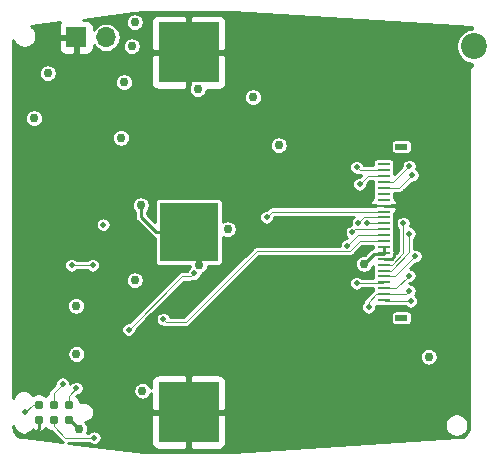
<source format=gbr>
G04 #@! TF.GenerationSoftware,KiCad,Pcbnew,(5.1.4)*
G04 #@! TF.CreationDate,2019-12-13T22:41:35+01:00*
G04 #@! TF.ProjectId,hardware,68617264-7761-4726-952e-6b696361645f,rev?*
G04 #@! TF.SameCoordinates,Original*
G04 #@! TF.FileFunction,Copper,L4,Bot*
G04 #@! TF.FilePolarity,Positive*
%FSLAX46Y46*%
G04 Gerber Fmt 4.6, Leading zero omitted, Abs format (unit mm)*
G04 Created by KiCad (PCBNEW (5.1.4)) date 2019-12-13 22:41:35*
%MOMM*%
%LPD*%
G04 APERTURE LIST*
%ADD10C,0.787400*%
%ADD11R,5.100000X5.100000*%
%ADD12R,5.000000X5.000000*%
%ADD13R,1.000000X0.280000*%
%ADD14R,1.000000X0.500000*%
%ADD15R,1.700000X1.700000*%
%ADD16O,1.700000X1.700000*%
%ADD17C,2.200000*%
%ADD18C,0.450000*%
%ADD19C,0.762000*%
%ADD20C,0.500000*%
%ADD21C,0.254000*%
%ADD22C,0.114300*%
G04 APERTURE END LIST*
D10*
X30480000Y-151765000D03*
X30480000Y-150495000D03*
X29210000Y-151765000D03*
X29210000Y-150495000D03*
X27940000Y-151765000D03*
X27940000Y-150495000D03*
D11*
X40640000Y-151115000D03*
X40640000Y-120665000D03*
D12*
X40640000Y-135890000D03*
D13*
X57150000Y-130140000D03*
X57150000Y-130640000D03*
X57150000Y-131140000D03*
X57150000Y-131640000D03*
X57150000Y-132140000D03*
X57150000Y-132640000D03*
X57150000Y-133140000D03*
X57150000Y-133640000D03*
X57150000Y-134140000D03*
X57150000Y-134640000D03*
X57150000Y-135140000D03*
X57150000Y-135640000D03*
X57150000Y-136140000D03*
X57150000Y-136640000D03*
X57150000Y-137140000D03*
X57150000Y-137640000D03*
X57150000Y-138140000D03*
X57150000Y-138640000D03*
X57150000Y-139140000D03*
X57150000Y-139640000D03*
X57150000Y-140140000D03*
X57150000Y-140640000D03*
X57150000Y-141140000D03*
X57150000Y-141640000D03*
D14*
X58650000Y-128640000D03*
X58650000Y-143140000D03*
D15*
X31115000Y-119380000D03*
D16*
X33655000Y-119380000D03*
D17*
X64770000Y-120142000D03*
D18*
X58293000Y-137414000D03*
D19*
X45593000Y-143764000D03*
X50800000Y-143764000D03*
X54610000Y-143764000D03*
X50673000Y-139954000D03*
D20*
X45720000Y-140208000D03*
X54737000Y-140970000D03*
X54864000Y-139446000D03*
D19*
X62357000Y-123190000D03*
X57912000Y-123190000D03*
X57912000Y-126492000D03*
X62357000Y-126619000D03*
X53467000Y-123317000D03*
X50292000Y-128651000D03*
X55245000Y-128905000D03*
X52832000Y-128778000D03*
X45212000Y-128651000D03*
X41656000Y-128651000D03*
X40259000Y-126365000D03*
X36576000Y-124968000D03*
X27813000Y-121666000D03*
X28310000Y-119253000D03*
X29210000Y-125476000D03*
X29083000Y-131064000D03*
X33147000Y-133350000D03*
X33020000Y-137033000D03*
D20*
X42545000Y-140462000D03*
D19*
X41529000Y-145161000D03*
X32639000Y-143510000D03*
X36449000Y-145669000D03*
X27432000Y-143256000D03*
D20*
X27432000Y-148463000D03*
D19*
X33401000Y-149987000D03*
X47625000Y-135636000D03*
X45593000Y-136779000D03*
X45085000Y-133604000D03*
X34925000Y-126111000D03*
X27813000Y-124079000D03*
X62357000Y-119761000D03*
X57912000Y-119761000D03*
X53467000Y-119761000D03*
X49022000Y-119761000D03*
X44577000Y-119761000D03*
X41529000Y-119761000D03*
X56515000Y-149098000D03*
X56515000Y-153035000D03*
X45466000Y-149098000D03*
X45466000Y-153035000D03*
X49149000Y-149098000D03*
X49149000Y-153035000D03*
X52832000Y-153035000D03*
X52832000Y-149098000D03*
X41529000Y-149098000D03*
X41656000Y-153035000D03*
X39370000Y-152527000D03*
D20*
X58420000Y-132715000D03*
X59563000Y-132715000D03*
X63754000Y-128778000D03*
X63754000Y-130937000D03*
X63754000Y-132842000D03*
X63754000Y-134874000D03*
X63754000Y-136906000D03*
X63754000Y-138811000D03*
X63754000Y-140843000D03*
X63754000Y-142875000D03*
X63754000Y-144780000D03*
X58420000Y-133985000D03*
X27559000Y-152908000D03*
D19*
X36449000Y-150368000D03*
X36576000Y-133604000D03*
X46101000Y-124460000D03*
X41529000Y-138684000D03*
X48260000Y-128524000D03*
X31369000Y-152527000D03*
X31149168Y-146211168D03*
X31115000Y-142113000D03*
X43942000Y-135636000D03*
X36068000Y-139954000D03*
X60960000Y-146431000D03*
X55499000Y-138557000D03*
X36721083Y-149312454D03*
D20*
X33401000Y-135255000D03*
D19*
X27559000Y-126238000D03*
X28702000Y-122428000D03*
X35179000Y-123190000D03*
X34925000Y-127889000D03*
X36068000Y-118110000D03*
X35814000Y-120142000D03*
X41402000Y-123773802D03*
D20*
X54864000Y-140208000D03*
X59309000Y-136005642D03*
X58801000Y-135128000D03*
X59309000Y-140843000D03*
X55880000Y-142240000D03*
X59309000Y-130302000D03*
X59817000Y-137922000D03*
X59309000Y-139573000D03*
X59563000Y-131064000D03*
X59436000Y-141732000D03*
X54864000Y-130385300D03*
X55118000Y-131826000D03*
X47244000Y-134620000D03*
X54991000Y-135128000D03*
X55753000Y-135128000D03*
X54483000Y-135890000D03*
X54061540Y-137026385D03*
X38481000Y-143256000D03*
X31115000Y-149098000D03*
X32639000Y-153289000D03*
X29972000Y-148717000D03*
X26797000Y-151130000D03*
X32512000Y-138684000D03*
X30734000Y-138684000D03*
X41112875Y-139377542D03*
X35560000Y-144145000D03*
D21*
X27940000Y-151765000D02*
X27940000Y-152527000D01*
X27940000Y-152527000D02*
X27559000Y-152908000D01*
X58075000Y-133640000D02*
X58420000Y-133985000D01*
X57150000Y-133640000D02*
X58075000Y-133640000D01*
X57150000Y-138140000D02*
X57821000Y-138140000D01*
X58068001Y-137638999D02*
X58293000Y-137414000D01*
X58068001Y-137892999D02*
X58068001Y-137638999D01*
X57821000Y-138140000D02*
X58068001Y-137892999D01*
X37886000Y-135890000D02*
X36576000Y-134580000D01*
X40640000Y-135890000D02*
X37886000Y-135890000D01*
X36576000Y-134580000D02*
X36576000Y-133604000D01*
X41529000Y-136779000D02*
X40640000Y-135890000D01*
X41529000Y-138684000D02*
X41529000Y-136779000D01*
X30480000Y-151765000D02*
X30607000Y-151765000D01*
X30607000Y-151765000D02*
X31369000Y-152527000D01*
X57150000Y-137140000D02*
X57150000Y-137695199D01*
X57150000Y-137695199D02*
X56360801Y-137695199D01*
X56360801Y-137695199D02*
X55499000Y-138557000D01*
D22*
X57082000Y-140208000D02*
X57150000Y-140140000D01*
X54864000Y-140208000D02*
X57082000Y-140208000D01*
X57764300Y-139140000D02*
X57150000Y-139140000D01*
X59309000Y-137595300D02*
X57764300Y-139140000D01*
X59309000Y-136005642D02*
X59309000Y-137595300D01*
X58801000Y-137671890D02*
X57832890Y-138640000D01*
X58801000Y-135128000D02*
X58801000Y-137671890D01*
X57764300Y-138640000D02*
X57150000Y-138640000D01*
X57832890Y-138640000D02*
X57764300Y-138640000D01*
X59012000Y-141140000D02*
X57150000Y-141140000D01*
X59309000Y-140843000D02*
X59012000Y-141140000D01*
X56535700Y-141140000D02*
X55880000Y-141795700D01*
X57150000Y-141140000D02*
X56535700Y-141140000D01*
X55880000Y-141795700D02*
X55880000Y-142240000D01*
X57971000Y-131640000D02*
X57150000Y-131640000D01*
X59309000Y-130302000D02*
X57971000Y-131640000D01*
X58099000Y-139640000D02*
X57150000Y-139640000D01*
X59817000Y-137922000D02*
X58099000Y-139640000D01*
X58242000Y-140640000D02*
X57150000Y-140640000D01*
X59309000Y-139573000D02*
X58242000Y-140640000D01*
X58487000Y-132140000D02*
X57150000Y-132140000D01*
X59563000Y-131064000D02*
X58487000Y-132140000D01*
X57242000Y-141732000D02*
X57150000Y-141640000D01*
X59436000Y-141732000D02*
X57242000Y-141732000D01*
X55118700Y-130640000D02*
X57150000Y-130640000D01*
X54864000Y-130385300D02*
X55118700Y-130640000D01*
X57150000Y-131140000D02*
X55804000Y-131140000D01*
X55804000Y-131140000D02*
X55118000Y-131826000D01*
X47724000Y-134140000D02*
X47244000Y-134620000D01*
X57150000Y-134140000D02*
X47724000Y-134140000D01*
X55479000Y-134640000D02*
X57150000Y-134640000D01*
X54991000Y-135128000D02*
X55479000Y-134640000D01*
X57138000Y-135128000D02*
X57150000Y-135140000D01*
X55753000Y-135128000D02*
X57138000Y-135128000D01*
X54733000Y-135640000D02*
X57150000Y-135640000D01*
X54483000Y-135890000D02*
X54733000Y-135640000D01*
X57150000Y-136140000D02*
X54947925Y-136140000D01*
X54947925Y-136140000D02*
X54311539Y-136776386D01*
X54311539Y-136776386D02*
X54061540Y-137026385D01*
X56535700Y-136640000D02*
X57150000Y-136640000D01*
X55147208Y-136640000D02*
X56535700Y-136640000D01*
X54304297Y-137482911D02*
X55147208Y-136640000D01*
X40390001Y-143505999D02*
X46413089Y-137482911D01*
X38481000Y-143256000D02*
X38730999Y-143505999D01*
X38730999Y-143505999D02*
X40390001Y-143505999D01*
X46413089Y-137482911D02*
X54304297Y-137482911D01*
X30480000Y-149733000D02*
X31115000Y-149098000D01*
X30480000Y-150495000D02*
X30480000Y-149733000D01*
X30177225Y-153289000D02*
X32639000Y-153289000D01*
X29210000Y-151765000D02*
X29210000Y-152321775D01*
X29210000Y-152321775D02*
X30177225Y-153289000D01*
X29210000Y-149479000D02*
X29210000Y-150495000D01*
X29972000Y-148717000D02*
X29210000Y-149479000D01*
X27432000Y-150495000D02*
X27940000Y-150495000D01*
X26797000Y-151130000D02*
X27432000Y-150495000D01*
X32512000Y-138684000D02*
X30734000Y-138684000D01*
X40862876Y-139627541D02*
X40077459Y-139627541D01*
X41112875Y-139377542D02*
X40862876Y-139627541D01*
X40077459Y-139627541D02*
X35560000Y-144145000D01*
D21*
G36*
X64643000Y-118508854D02*
G01*
X64643000Y-118661000D01*
X64624134Y-118661000D01*
X64338008Y-118717914D01*
X64068483Y-118829555D01*
X63825917Y-118991632D01*
X63619632Y-119197917D01*
X63457555Y-119440483D01*
X63345914Y-119710008D01*
X63289000Y-119996134D01*
X63289000Y-120287866D01*
X63345914Y-120573992D01*
X63457555Y-120843517D01*
X63619632Y-121086083D01*
X63825917Y-121292368D01*
X64068483Y-121454445D01*
X64338008Y-121566086D01*
X64624134Y-121623000D01*
X64643000Y-121623000D01*
X64643000Y-121788256D01*
X64613879Y-121797090D01*
X64543347Y-121834790D01*
X64481526Y-121885526D01*
X64430790Y-121947348D01*
X64393090Y-122017880D01*
X64369875Y-122094411D01*
X64364000Y-122154060D01*
X64364001Y-152380136D01*
X64345636Y-152567441D01*
X64297008Y-152728503D01*
X64218023Y-152877051D01*
X64111689Y-153007430D01*
X63982054Y-153114674D01*
X63834058Y-153194695D01*
X63673339Y-153244446D01*
X63488698Y-153263852D01*
X44436487Y-154534000D01*
X36855280Y-154534000D01*
X30400477Y-153727150D01*
X32184781Y-153727150D01*
X32236761Y-153779130D01*
X32340109Y-153848185D01*
X32454944Y-153895751D01*
X32576852Y-153920000D01*
X32701148Y-153920000D01*
X32823056Y-153895751D01*
X32937891Y-153848185D01*
X33041239Y-153779130D01*
X33129130Y-153691239D01*
X33146662Y-153665000D01*
X37451928Y-153665000D01*
X37464188Y-153789482D01*
X37500498Y-153909180D01*
X37559463Y-154019494D01*
X37638815Y-154116185D01*
X37735506Y-154195537D01*
X37845820Y-154254502D01*
X37965518Y-154290812D01*
X38090000Y-154303072D01*
X40354250Y-154300000D01*
X40513000Y-154141250D01*
X40513000Y-151242000D01*
X40767000Y-151242000D01*
X40767000Y-154141250D01*
X40925750Y-154300000D01*
X43190000Y-154303072D01*
X43314482Y-154290812D01*
X43434180Y-154254502D01*
X43544494Y-154195537D01*
X43641185Y-154116185D01*
X43720537Y-154019494D01*
X43779502Y-153909180D01*
X43815812Y-153789482D01*
X43828072Y-153665000D01*
X43825978Y-152121386D01*
X62328759Y-152121386D01*
X62328759Y-152318614D01*
X62367236Y-152512051D01*
X62442711Y-152694266D01*
X62552285Y-152858254D01*
X62691746Y-152997715D01*
X62855734Y-153107289D01*
X63037949Y-153182764D01*
X63231386Y-153221241D01*
X63428614Y-153221241D01*
X63622051Y-153182764D01*
X63804266Y-153107289D01*
X63968254Y-152997715D01*
X64107715Y-152858254D01*
X64217289Y-152694266D01*
X64292764Y-152512051D01*
X64331241Y-152318614D01*
X64331241Y-152121386D01*
X64292764Y-151927949D01*
X64217289Y-151745734D01*
X64107715Y-151581746D01*
X63968254Y-151442285D01*
X63804266Y-151332711D01*
X63622051Y-151257236D01*
X63428614Y-151218759D01*
X63231386Y-151218759D01*
X63037949Y-151257236D01*
X62855734Y-151332711D01*
X62691746Y-151442285D01*
X62552285Y-151581746D01*
X62442711Y-151745734D01*
X62367236Y-151927949D01*
X62328759Y-152121386D01*
X43825978Y-152121386D01*
X43825000Y-151400750D01*
X43666250Y-151242000D01*
X40767000Y-151242000D01*
X40513000Y-151242000D01*
X37613750Y-151242000D01*
X37455000Y-151400750D01*
X37451928Y-153665000D01*
X33146662Y-153665000D01*
X33198185Y-153587891D01*
X33245751Y-153473056D01*
X33270000Y-153351148D01*
X33270000Y-153226852D01*
X33245751Y-153104944D01*
X33198185Y-152990109D01*
X33129130Y-152886761D01*
X33041239Y-152798870D01*
X32937891Y-152729815D01*
X32823056Y-152682249D01*
X32701148Y-152658000D01*
X32576852Y-152658000D01*
X32454944Y-152682249D01*
X32340109Y-152729815D01*
X32236761Y-152798870D01*
X32184781Y-152850850D01*
X32059640Y-152850850D01*
X32101717Y-152749267D01*
X32131000Y-152602050D01*
X32131000Y-152451950D01*
X32101717Y-152304733D01*
X32044276Y-152166058D01*
X31960884Y-152041253D01*
X31911061Y-151991430D01*
X32005607Y-151972624D01*
X32165084Y-151906567D01*
X32308609Y-151810667D01*
X32430667Y-151688609D01*
X32526567Y-151545084D01*
X32592624Y-151385607D01*
X32626300Y-151216308D01*
X32626300Y-151043692D01*
X32592624Y-150874393D01*
X32526567Y-150714916D01*
X32430667Y-150571391D01*
X32308609Y-150449333D01*
X32165084Y-150353433D01*
X32005607Y-150287376D01*
X31836308Y-150253700D01*
X31663692Y-150253700D01*
X31494393Y-150287376D01*
X31464149Y-150299903D01*
X31444744Y-150202348D01*
X31369113Y-150019759D01*
X31259314Y-149855433D01*
X31132881Y-149729000D01*
X31177148Y-149729000D01*
X31299056Y-149704751D01*
X31413891Y-149657185D01*
X31517239Y-149588130D01*
X31605130Y-149500239D01*
X31674185Y-149396891D01*
X31721751Y-149282056D01*
X31730632Y-149237404D01*
X35959083Y-149237404D01*
X35959083Y-149387504D01*
X35988366Y-149534721D01*
X36045807Y-149673396D01*
X36129199Y-149798201D01*
X36235336Y-149904338D01*
X36360141Y-149987730D01*
X36498816Y-150045171D01*
X36646033Y-150074454D01*
X36796133Y-150074454D01*
X36943350Y-150045171D01*
X37082025Y-149987730D01*
X37206830Y-149904338D01*
X37312967Y-149798201D01*
X37396359Y-149673396D01*
X37453245Y-149536060D01*
X37455000Y-150829250D01*
X37613750Y-150988000D01*
X40513000Y-150988000D01*
X40513000Y-148088750D01*
X40767000Y-148088750D01*
X40767000Y-150988000D01*
X43666250Y-150988000D01*
X43825000Y-150829250D01*
X43828072Y-148565000D01*
X43815812Y-148440518D01*
X43779502Y-148320820D01*
X43720537Y-148210506D01*
X43641185Y-148113815D01*
X43544494Y-148034463D01*
X43434180Y-147975498D01*
X43314482Y-147939188D01*
X43190000Y-147926928D01*
X40925750Y-147930000D01*
X40767000Y-148088750D01*
X40513000Y-148088750D01*
X40354250Y-147930000D01*
X38090000Y-147926928D01*
X37965518Y-147939188D01*
X37845820Y-147975498D01*
X37735506Y-148034463D01*
X37638815Y-148113815D01*
X37559463Y-148210506D01*
X37500498Y-148320820D01*
X37464188Y-148440518D01*
X37451928Y-148565000D01*
X37452637Y-149087379D01*
X37396359Y-148951512D01*
X37312967Y-148826707D01*
X37206830Y-148720570D01*
X37082025Y-148637178D01*
X36943350Y-148579737D01*
X36796133Y-148550454D01*
X36646033Y-148550454D01*
X36498816Y-148579737D01*
X36360141Y-148637178D01*
X36235336Y-148720570D01*
X36129199Y-148826707D01*
X36045807Y-148951512D01*
X35988366Y-149090187D01*
X35959083Y-149237404D01*
X31730632Y-149237404D01*
X31746000Y-149160148D01*
X31746000Y-149035852D01*
X31721751Y-148913944D01*
X31674185Y-148799109D01*
X31605130Y-148695761D01*
X31517239Y-148607870D01*
X31413891Y-148538815D01*
X31299056Y-148491249D01*
X31177148Y-148467000D01*
X31052852Y-148467000D01*
X30930944Y-148491249D01*
X30816109Y-148538815D01*
X30712761Y-148607870D01*
X30624870Y-148695761D01*
X30603000Y-148728492D01*
X30603000Y-148654852D01*
X30578751Y-148532944D01*
X30531185Y-148418109D01*
X30462130Y-148314761D01*
X30374239Y-148226870D01*
X30270891Y-148157815D01*
X30156056Y-148110249D01*
X30034148Y-148086000D01*
X29909852Y-148086000D01*
X29787944Y-148110249D01*
X29673109Y-148157815D01*
X29569761Y-148226870D01*
X29481870Y-148314761D01*
X29412815Y-148418109D01*
X29365249Y-148532944D01*
X29341000Y-148654852D01*
X29341000Y-148728363D01*
X28915406Y-149153957D01*
X28898682Y-149167682D01*
X28843929Y-149234400D01*
X28821595Y-149276185D01*
X28803244Y-149310517D01*
X28778190Y-149393108D01*
X28769730Y-149479000D01*
X28771850Y-149500524D01*
X28771850Y-149590523D01*
X28734759Y-149605887D01*
X28570433Y-149715686D01*
X28537467Y-149748652D01*
X28391178Y-149650905D01*
X28217834Y-149579104D01*
X28033813Y-149542500D01*
X27846187Y-149542500D01*
X27662166Y-149579104D01*
X27488822Y-149650905D01*
X27437431Y-149685243D01*
X27350667Y-149555391D01*
X27228609Y-149433333D01*
X27085084Y-149337433D01*
X26925607Y-149271376D01*
X26756308Y-149237700D01*
X26583692Y-149237700D01*
X26414393Y-149271376D01*
X26254916Y-149337433D01*
X26111391Y-149433333D01*
X25989333Y-149555391D01*
X25893433Y-149698916D01*
X25827376Y-149858393D01*
X25806000Y-149965856D01*
X25806000Y-146136118D01*
X30387168Y-146136118D01*
X30387168Y-146286218D01*
X30416451Y-146433435D01*
X30473892Y-146572110D01*
X30557284Y-146696915D01*
X30663421Y-146803052D01*
X30788226Y-146886444D01*
X30926901Y-146943885D01*
X31074118Y-146973168D01*
X31224218Y-146973168D01*
X31371435Y-146943885D01*
X31510110Y-146886444D01*
X31634915Y-146803052D01*
X31741052Y-146696915D01*
X31824444Y-146572110D01*
X31881885Y-146433435D01*
X31897297Y-146355950D01*
X60198000Y-146355950D01*
X60198000Y-146506050D01*
X60227283Y-146653267D01*
X60284724Y-146791942D01*
X60368116Y-146916747D01*
X60474253Y-147022884D01*
X60599058Y-147106276D01*
X60737733Y-147163717D01*
X60884950Y-147193000D01*
X61035050Y-147193000D01*
X61182267Y-147163717D01*
X61320942Y-147106276D01*
X61445747Y-147022884D01*
X61551884Y-146916747D01*
X61635276Y-146791942D01*
X61692717Y-146653267D01*
X61722000Y-146506050D01*
X61722000Y-146355950D01*
X61692717Y-146208733D01*
X61635276Y-146070058D01*
X61551884Y-145945253D01*
X61445747Y-145839116D01*
X61320942Y-145755724D01*
X61182267Y-145698283D01*
X61035050Y-145669000D01*
X60884950Y-145669000D01*
X60737733Y-145698283D01*
X60599058Y-145755724D01*
X60474253Y-145839116D01*
X60368116Y-145945253D01*
X60284724Y-146070058D01*
X60227283Y-146208733D01*
X60198000Y-146355950D01*
X31897297Y-146355950D01*
X31911168Y-146286218D01*
X31911168Y-146136118D01*
X31881885Y-145988901D01*
X31824444Y-145850226D01*
X31741052Y-145725421D01*
X31634915Y-145619284D01*
X31510110Y-145535892D01*
X31371435Y-145478451D01*
X31224218Y-145449168D01*
X31074118Y-145449168D01*
X30926901Y-145478451D01*
X30788226Y-145535892D01*
X30663421Y-145619284D01*
X30557284Y-145725421D01*
X30473892Y-145850226D01*
X30416451Y-145988901D01*
X30387168Y-146136118D01*
X25806000Y-146136118D01*
X25806000Y-144082852D01*
X34929000Y-144082852D01*
X34929000Y-144207148D01*
X34953249Y-144329056D01*
X35000815Y-144443891D01*
X35069870Y-144547239D01*
X35157761Y-144635130D01*
X35261109Y-144704185D01*
X35375944Y-144751751D01*
X35497852Y-144776000D01*
X35622148Y-144776000D01*
X35744056Y-144751751D01*
X35858891Y-144704185D01*
X35962239Y-144635130D01*
X36050130Y-144547239D01*
X36119185Y-144443891D01*
X36166751Y-144329056D01*
X36191000Y-144207148D01*
X36191000Y-144133637D01*
X37130785Y-143193852D01*
X37850000Y-143193852D01*
X37850000Y-143318148D01*
X37874249Y-143440056D01*
X37921815Y-143554891D01*
X37990870Y-143658239D01*
X38078761Y-143746130D01*
X38182109Y-143815185D01*
X38296944Y-143862751D01*
X38418852Y-143887000D01*
X38514330Y-143887000D01*
X38562515Y-143912755D01*
X38645106Y-143937809D01*
X38730999Y-143946269D01*
X38752523Y-143944149D01*
X40368477Y-143944149D01*
X40390001Y-143946269D01*
X40475893Y-143937809D01*
X40558485Y-143912755D01*
X40634602Y-143872070D01*
X40701319Y-143817317D01*
X40715044Y-143800593D01*
X41625637Y-142890000D01*
X57767157Y-142890000D01*
X57767157Y-143390000D01*
X57774513Y-143464689D01*
X57796299Y-143536508D01*
X57831678Y-143602696D01*
X57879289Y-143660711D01*
X57937304Y-143708322D01*
X58003492Y-143743701D01*
X58075311Y-143765487D01*
X58150000Y-143772843D01*
X59150000Y-143772843D01*
X59224689Y-143765487D01*
X59296508Y-143743701D01*
X59362696Y-143708322D01*
X59420711Y-143660711D01*
X59468322Y-143602696D01*
X59503701Y-143536508D01*
X59525487Y-143464689D01*
X59532843Y-143390000D01*
X59532843Y-142890000D01*
X59525487Y-142815311D01*
X59503701Y-142743492D01*
X59468322Y-142677304D01*
X59420711Y-142619289D01*
X59362696Y-142571678D01*
X59296508Y-142536299D01*
X59224689Y-142514513D01*
X59150000Y-142507157D01*
X58150000Y-142507157D01*
X58075311Y-142514513D01*
X58003492Y-142536299D01*
X57937304Y-142571678D01*
X57879289Y-142619289D01*
X57831678Y-142677304D01*
X57796299Y-142743492D01*
X57774513Y-142815311D01*
X57767157Y-142890000D01*
X41625637Y-142890000D01*
X46594576Y-137921061D01*
X54282773Y-137921061D01*
X54304297Y-137923181D01*
X54390189Y-137914721D01*
X54416901Y-137906618D01*
X54472781Y-137889667D01*
X54548898Y-137848982D01*
X54615615Y-137794229D01*
X54629340Y-137777505D01*
X55328696Y-137078150D01*
X56267157Y-137078150D01*
X56267157Y-137193965D01*
X56261216Y-137194550D01*
X56165458Y-137223598D01*
X56077206Y-137270770D01*
X55999853Y-137334251D01*
X55983946Y-137353634D01*
X55542580Y-137795000D01*
X55423950Y-137795000D01*
X55276733Y-137824283D01*
X55138058Y-137881724D01*
X55013253Y-137965116D01*
X54907116Y-138071253D01*
X54823724Y-138196058D01*
X54766283Y-138334733D01*
X54737000Y-138481950D01*
X54737000Y-138632050D01*
X54766283Y-138779267D01*
X54823724Y-138917942D01*
X54907116Y-139042747D01*
X55013253Y-139148884D01*
X55138058Y-139232276D01*
X55276733Y-139289717D01*
X55423950Y-139319000D01*
X55574050Y-139319000D01*
X55721267Y-139289717D01*
X55859942Y-139232276D01*
X55984747Y-139148884D01*
X56090884Y-139042747D01*
X56174276Y-138917942D01*
X56231717Y-138779267D01*
X56235230Y-138761604D01*
X56267881Y-138787356D01*
X56274513Y-138854689D01*
X56285224Y-138890000D01*
X56274513Y-138925311D01*
X56267157Y-139000000D01*
X56267157Y-139280000D01*
X56274513Y-139354689D01*
X56285224Y-139390000D01*
X56274513Y-139425311D01*
X56267157Y-139500000D01*
X56267157Y-139769850D01*
X55318219Y-139769850D01*
X55266239Y-139717870D01*
X55162891Y-139648815D01*
X55048056Y-139601249D01*
X54926148Y-139577000D01*
X54801852Y-139577000D01*
X54679944Y-139601249D01*
X54565109Y-139648815D01*
X54461761Y-139717870D01*
X54373870Y-139805761D01*
X54304815Y-139909109D01*
X54257249Y-140023944D01*
X54233000Y-140145852D01*
X54233000Y-140270148D01*
X54257249Y-140392056D01*
X54304815Y-140506891D01*
X54373870Y-140610239D01*
X54461761Y-140698130D01*
X54565109Y-140767185D01*
X54679944Y-140814751D01*
X54801852Y-140839000D01*
X54926148Y-140839000D01*
X55048056Y-140814751D01*
X55162891Y-140767185D01*
X55266239Y-140698130D01*
X55318219Y-140646150D01*
X56267157Y-140646150D01*
X56267157Y-140780000D01*
X56268394Y-140792562D01*
X56224382Y-140828682D01*
X56210657Y-140845406D01*
X55585406Y-141470657D01*
X55568682Y-141484382D01*
X55513929Y-141551100D01*
X55488689Y-141598322D01*
X55473244Y-141627217D01*
X55448190Y-141709808D01*
X55440582Y-141787049D01*
X55389870Y-141837761D01*
X55320815Y-141941109D01*
X55273249Y-142055944D01*
X55249000Y-142177852D01*
X55249000Y-142302148D01*
X55273249Y-142424056D01*
X55320815Y-142538891D01*
X55389870Y-142642239D01*
X55477761Y-142730130D01*
X55581109Y-142799185D01*
X55695944Y-142846751D01*
X55817852Y-142871000D01*
X55942148Y-142871000D01*
X56064056Y-142846751D01*
X56178891Y-142799185D01*
X56282239Y-142730130D01*
X56370130Y-142642239D01*
X56439185Y-142538891D01*
X56486751Y-142424056D01*
X56511000Y-142302148D01*
X56511000Y-142177852D01*
X56502066Y-142132939D01*
X56503492Y-142133701D01*
X56575311Y-142155487D01*
X56650000Y-142162843D01*
X57152919Y-142162843D01*
X57156107Y-142163810D01*
X57242000Y-142172270D01*
X57263524Y-142170150D01*
X58981781Y-142170150D01*
X59033761Y-142222130D01*
X59137109Y-142291185D01*
X59251944Y-142338751D01*
X59373852Y-142363000D01*
X59498148Y-142363000D01*
X59620056Y-142338751D01*
X59734891Y-142291185D01*
X59838239Y-142222130D01*
X59926130Y-142134239D01*
X59995185Y-142030891D01*
X60042751Y-141916056D01*
X60067000Y-141794148D01*
X60067000Y-141669852D01*
X60042751Y-141547944D01*
X59995185Y-141433109D01*
X59926130Y-141329761D01*
X59838239Y-141241870D01*
X59812758Y-141224844D01*
X59868185Y-141141891D01*
X59915751Y-141027056D01*
X59940000Y-140905148D01*
X59940000Y-140780852D01*
X59915751Y-140658944D01*
X59868185Y-140544109D01*
X59799130Y-140440761D01*
X59711239Y-140352870D01*
X59607891Y-140283815D01*
X59493056Y-140236249D01*
X59371148Y-140212000D01*
X59289637Y-140212000D01*
X59297637Y-140204000D01*
X59371148Y-140204000D01*
X59493056Y-140179751D01*
X59607891Y-140132185D01*
X59711239Y-140063130D01*
X59799130Y-139975239D01*
X59868185Y-139871891D01*
X59915751Y-139757056D01*
X59940000Y-139635148D01*
X59940000Y-139510852D01*
X59915751Y-139388944D01*
X59868185Y-139274109D01*
X59799130Y-139170761D01*
X59711239Y-139082870D01*
X59607891Y-139013815D01*
X59493056Y-138966249D01*
X59409090Y-138949547D01*
X59805637Y-138553000D01*
X59879148Y-138553000D01*
X60001056Y-138528751D01*
X60115891Y-138481185D01*
X60219239Y-138412130D01*
X60307130Y-138324239D01*
X60376185Y-138220891D01*
X60423751Y-138106056D01*
X60448000Y-137984148D01*
X60448000Y-137859852D01*
X60423751Y-137737944D01*
X60376185Y-137623109D01*
X60307130Y-137519761D01*
X60219239Y-137431870D01*
X60115891Y-137362815D01*
X60001056Y-137315249D01*
X59879148Y-137291000D01*
X59754852Y-137291000D01*
X59747150Y-137292532D01*
X59747150Y-136459861D01*
X59799130Y-136407881D01*
X59868185Y-136304533D01*
X59915751Y-136189698D01*
X59940000Y-136067790D01*
X59940000Y-135943494D01*
X59915751Y-135821586D01*
X59868185Y-135706751D01*
X59799130Y-135603403D01*
X59711239Y-135515512D01*
X59607891Y-135446457D01*
X59493056Y-135398891D01*
X59381014Y-135376605D01*
X59407751Y-135312056D01*
X59432000Y-135190148D01*
X59432000Y-135065852D01*
X59407751Y-134943944D01*
X59360185Y-134829109D01*
X59291130Y-134725761D01*
X59203239Y-134637870D01*
X59099891Y-134568815D01*
X58985056Y-134521249D01*
X58863148Y-134497000D01*
X58738852Y-134497000D01*
X58616944Y-134521249D01*
X58502109Y-134568815D01*
X58398761Y-134637870D01*
X58310870Y-134725761D01*
X58241815Y-134829109D01*
X58194249Y-134943944D01*
X58170000Y-135065852D01*
X58170000Y-135190148D01*
X58194249Y-135312056D01*
X58241815Y-135426891D01*
X58310870Y-135530239D01*
X58362850Y-135582219D01*
X58362851Y-137490401D01*
X58189498Y-137663755D01*
X58173555Y-137635272D01*
X58092340Y-137540140D01*
X58032119Y-137492644D01*
X58025487Y-137425311D01*
X58014776Y-137390000D01*
X58025487Y-137354689D01*
X58032843Y-137280000D01*
X58032843Y-137000000D01*
X58025487Y-136925311D01*
X58014776Y-136890000D01*
X58025487Y-136854689D01*
X58032843Y-136780000D01*
X58032843Y-136500000D01*
X58025487Y-136425311D01*
X58014776Y-136390000D01*
X58025487Y-136354689D01*
X58032843Y-136280000D01*
X58032843Y-136000000D01*
X58025487Y-135925311D01*
X58014776Y-135890000D01*
X58025487Y-135854689D01*
X58032843Y-135780000D01*
X58032843Y-135500000D01*
X58025487Y-135425311D01*
X58014776Y-135390000D01*
X58025487Y-135354689D01*
X58032843Y-135280000D01*
X58032843Y-135000000D01*
X58025487Y-134925311D01*
X58014776Y-134890000D01*
X58025487Y-134854689D01*
X58032843Y-134780000D01*
X58032843Y-134500000D01*
X58025487Y-134425311D01*
X58014776Y-134390000D01*
X58025487Y-134354689D01*
X58032119Y-134287356D01*
X58092340Y-134239860D01*
X58173555Y-134144728D01*
X58234650Y-134035579D01*
X58273277Y-133916609D01*
X58285000Y-133811750D01*
X58126250Y-133653000D01*
X57809044Y-133653000D01*
X57796508Y-133646299D01*
X57775743Y-133640000D01*
X57796508Y-133633701D01*
X57809044Y-133627000D01*
X58126250Y-133627000D01*
X58285000Y-133468250D01*
X58273277Y-133363391D01*
X58234650Y-133244421D01*
X58173555Y-133135272D01*
X58092340Y-133040140D01*
X58032119Y-132992644D01*
X58025487Y-132925311D01*
X58014776Y-132890000D01*
X58025487Y-132854689D01*
X58032843Y-132780000D01*
X58032843Y-132578150D01*
X58465476Y-132578150D01*
X58487000Y-132580270D01*
X58572892Y-132571810D01*
X58655484Y-132546756D01*
X58731601Y-132506071D01*
X58798318Y-132451318D01*
X58812043Y-132434594D01*
X59551637Y-131695000D01*
X59625148Y-131695000D01*
X59747056Y-131670751D01*
X59861891Y-131623185D01*
X59965239Y-131554130D01*
X60053130Y-131466239D01*
X60122185Y-131362891D01*
X60169751Y-131248056D01*
X60194000Y-131126148D01*
X60194000Y-131001852D01*
X60169751Y-130879944D01*
X60122185Y-130765109D01*
X60053130Y-130661761D01*
X59965239Y-130573870D01*
X59897990Y-130528935D01*
X59915751Y-130486056D01*
X59940000Y-130364148D01*
X59940000Y-130239852D01*
X59915751Y-130117944D01*
X59868185Y-130003109D01*
X59799130Y-129899761D01*
X59711239Y-129811870D01*
X59607891Y-129742815D01*
X59493056Y-129695249D01*
X59371148Y-129671000D01*
X59246852Y-129671000D01*
X59124944Y-129695249D01*
X59010109Y-129742815D01*
X58906761Y-129811870D01*
X58818870Y-129899761D01*
X58749815Y-130003109D01*
X58702249Y-130117944D01*
X58678000Y-130239852D01*
X58678000Y-130313363D01*
X58029124Y-130962239D01*
X58025487Y-130925311D01*
X58014776Y-130890000D01*
X58025487Y-130854689D01*
X58032843Y-130780000D01*
X58032843Y-130500000D01*
X58025487Y-130425311D01*
X58014776Y-130390000D01*
X58025487Y-130354689D01*
X58032843Y-130280000D01*
X58032843Y-130000000D01*
X58025487Y-129925311D01*
X58003701Y-129853492D01*
X57968322Y-129787304D01*
X57920711Y-129729289D01*
X57862696Y-129681678D01*
X57796508Y-129646299D01*
X57724689Y-129624513D01*
X57650000Y-129617157D01*
X56650000Y-129617157D01*
X56575311Y-129624513D01*
X56503492Y-129646299D01*
X56437304Y-129681678D01*
X56379289Y-129729289D01*
X56331678Y-129787304D01*
X56296299Y-129853492D01*
X56274513Y-129925311D01*
X56267157Y-130000000D01*
X56267157Y-130201850D01*
X55470872Y-130201850D01*
X55470751Y-130201244D01*
X55423185Y-130086409D01*
X55354130Y-129983061D01*
X55266239Y-129895170D01*
X55162891Y-129826115D01*
X55048056Y-129778549D01*
X54926148Y-129754300D01*
X54801852Y-129754300D01*
X54679944Y-129778549D01*
X54565109Y-129826115D01*
X54461761Y-129895170D01*
X54373870Y-129983061D01*
X54304815Y-130086409D01*
X54257249Y-130201244D01*
X54233000Y-130323152D01*
X54233000Y-130447448D01*
X54257249Y-130569356D01*
X54304815Y-130684191D01*
X54373870Y-130787539D01*
X54461761Y-130875430D01*
X54565109Y-130944485D01*
X54679944Y-130992051D01*
X54801852Y-131016300D01*
X54893236Y-131016300D01*
X54950216Y-131046756D01*
X55007062Y-131064000D01*
X55032807Y-131071810D01*
X55118699Y-131080270D01*
X55140223Y-131078150D01*
X55246213Y-131078150D01*
X55129363Y-131195000D01*
X55055852Y-131195000D01*
X54933944Y-131219249D01*
X54819109Y-131266815D01*
X54715761Y-131335870D01*
X54627870Y-131423761D01*
X54558815Y-131527109D01*
X54511249Y-131641944D01*
X54487000Y-131763852D01*
X54487000Y-131888148D01*
X54511249Y-132010056D01*
X54558815Y-132124891D01*
X54627870Y-132228239D01*
X54715761Y-132316130D01*
X54819109Y-132385185D01*
X54933944Y-132432751D01*
X55055852Y-132457000D01*
X55180148Y-132457000D01*
X55302056Y-132432751D01*
X55416891Y-132385185D01*
X55520239Y-132316130D01*
X55608130Y-132228239D01*
X55677185Y-132124891D01*
X55724751Y-132010056D01*
X55749000Y-131888148D01*
X55749000Y-131814637D01*
X55985487Y-131578150D01*
X56267157Y-131578150D01*
X56267157Y-131780000D01*
X56274513Y-131854689D01*
X56285224Y-131890000D01*
X56274513Y-131925311D01*
X56267157Y-132000000D01*
X56267157Y-132280000D01*
X56274513Y-132354689D01*
X56285224Y-132390000D01*
X56274513Y-132425311D01*
X56267157Y-132500000D01*
X56267157Y-132780000D01*
X56274513Y-132854689D01*
X56285224Y-132890000D01*
X56274513Y-132925311D01*
X56267881Y-132992644D01*
X56207660Y-133040140D01*
X56126445Y-133135272D01*
X56065350Y-133244421D01*
X56026723Y-133363391D01*
X56015000Y-133468250D01*
X56173750Y-133627000D01*
X56490956Y-133627000D01*
X56503492Y-133633701D01*
X56524257Y-133640000D01*
X56503492Y-133646299D01*
X56490956Y-133653000D01*
X56173750Y-133653000D01*
X56124900Y-133701850D01*
X47745524Y-133701850D01*
X47724000Y-133699730D01*
X47702476Y-133701850D01*
X47638108Y-133708190D01*
X47555516Y-133733244D01*
X47479399Y-133773929D01*
X47412682Y-133828682D01*
X47398957Y-133845406D01*
X47255363Y-133989000D01*
X47181852Y-133989000D01*
X47059944Y-134013249D01*
X46945109Y-134060815D01*
X46841761Y-134129870D01*
X46753870Y-134217761D01*
X46684815Y-134321109D01*
X46637249Y-134435944D01*
X46613000Y-134557852D01*
X46613000Y-134682148D01*
X46637249Y-134804056D01*
X46684815Y-134918891D01*
X46753870Y-135022239D01*
X46841761Y-135110130D01*
X46945109Y-135179185D01*
X47059944Y-135226751D01*
X47181852Y-135251000D01*
X47306148Y-135251000D01*
X47428056Y-135226751D01*
X47542891Y-135179185D01*
X47646239Y-135110130D01*
X47734130Y-135022239D01*
X47803185Y-134918891D01*
X47850751Y-134804056D01*
X47875000Y-134682148D01*
X47875000Y-134608637D01*
X47905487Y-134578150D01*
X54678138Y-134578150D01*
X54588761Y-134637870D01*
X54500870Y-134725761D01*
X54431815Y-134829109D01*
X54384249Y-134943944D01*
X54360000Y-135065852D01*
X54360000Y-135190148D01*
X54375490Y-135268023D01*
X54298944Y-135283249D01*
X54184109Y-135330815D01*
X54080761Y-135399870D01*
X53992870Y-135487761D01*
X53923815Y-135591109D01*
X53876249Y-135705944D01*
X53852000Y-135827852D01*
X53852000Y-135952148D01*
X53876249Y-136074056D01*
X53923815Y-136188891D01*
X53992870Y-136292239D01*
X54080761Y-136380130D01*
X54085195Y-136383093D01*
X54072903Y-136395385D01*
X53999392Y-136395385D01*
X53877484Y-136419634D01*
X53762649Y-136467200D01*
X53659301Y-136536255D01*
X53571410Y-136624146D01*
X53502355Y-136727494D01*
X53454789Y-136842329D01*
X53430540Y-136964237D01*
X53430540Y-137044761D01*
X46434613Y-137044761D01*
X46413089Y-137042641D01*
X46327196Y-137051101D01*
X46244605Y-137076155D01*
X46168488Y-137116840D01*
X46101771Y-137171593D01*
X46088046Y-137188317D01*
X40208514Y-143067849D01*
X39086055Y-143067849D01*
X39040185Y-142957109D01*
X38971130Y-142853761D01*
X38883239Y-142765870D01*
X38779891Y-142696815D01*
X38665056Y-142649249D01*
X38543148Y-142625000D01*
X38418852Y-142625000D01*
X38296944Y-142649249D01*
X38182109Y-142696815D01*
X38078761Y-142765870D01*
X37990870Y-142853761D01*
X37921815Y-142957109D01*
X37874249Y-143071944D01*
X37850000Y-143193852D01*
X37130785Y-143193852D01*
X40258946Y-140065691D01*
X40841352Y-140065691D01*
X40862876Y-140067811D01*
X40948768Y-140059351D01*
X40990288Y-140046756D01*
X41031360Y-140034297D01*
X41079545Y-140008542D01*
X41175023Y-140008542D01*
X41296931Y-139984293D01*
X41411766Y-139936727D01*
X41515114Y-139867672D01*
X41603005Y-139779781D01*
X41672060Y-139676433D01*
X41719626Y-139561598D01*
X41743875Y-139439690D01*
X41743875Y-139418187D01*
X41751267Y-139416717D01*
X41889942Y-139359276D01*
X42014747Y-139275884D01*
X42120884Y-139169747D01*
X42204276Y-139044942D01*
X42261717Y-138906267D01*
X42288256Y-138772843D01*
X43140000Y-138772843D01*
X43214689Y-138765487D01*
X43286508Y-138743701D01*
X43352696Y-138708322D01*
X43410711Y-138660711D01*
X43458322Y-138602696D01*
X43493701Y-138536508D01*
X43515487Y-138464689D01*
X43522843Y-138390000D01*
X43522843Y-136272378D01*
X43581058Y-136311276D01*
X43719733Y-136368717D01*
X43866950Y-136398000D01*
X44017050Y-136398000D01*
X44164267Y-136368717D01*
X44302942Y-136311276D01*
X44427747Y-136227884D01*
X44533884Y-136121747D01*
X44617276Y-135996942D01*
X44674717Y-135858267D01*
X44704000Y-135711050D01*
X44704000Y-135560950D01*
X44674717Y-135413733D01*
X44617276Y-135275058D01*
X44533884Y-135150253D01*
X44427747Y-135044116D01*
X44302942Y-134960724D01*
X44164267Y-134903283D01*
X44017050Y-134874000D01*
X43866950Y-134874000D01*
X43719733Y-134903283D01*
X43581058Y-134960724D01*
X43522843Y-134999622D01*
X43522843Y-133390000D01*
X43515487Y-133315311D01*
X43493701Y-133243492D01*
X43458322Y-133177304D01*
X43410711Y-133119289D01*
X43352696Y-133071678D01*
X43286508Y-133036299D01*
X43214689Y-133014513D01*
X43140000Y-133007157D01*
X38140000Y-133007157D01*
X38065311Y-133014513D01*
X37993492Y-133036299D01*
X37927304Y-133071678D01*
X37869289Y-133119289D01*
X37821678Y-133177304D01*
X37786299Y-133243492D01*
X37764513Y-133315311D01*
X37757157Y-133390000D01*
X37757157Y-135042737D01*
X37084000Y-134369580D01*
X37084000Y-134173631D01*
X37167884Y-134089747D01*
X37251276Y-133964942D01*
X37308717Y-133826267D01*
X37338000Y-133679050D01*
X37338000Y-133528950D01*
X37308717Y-133381733D01*
X37251276Y-133243058D01*
X37167884Y-133118253D01*
X37061747Y-133012116D01*
X36936942Y-132928724D01*
X36798267Y-132871283D01*
X36651050Y-132842000D01*
X36500950Y-132842000D01*
X36353733Y-132871283D01*
X36215058Y-132928724D01*
X36090253Y-133012116D01*
X35984116Y-133118253D01*
X35900724Y-133243058D01*
X35843283Y-133381733D01*
X35814000Y-133528950D01*
X35814000Y-133679050D01*
X35843283Y-133826267D01*
X35900724Y-133964942D01*
X35984116Y-134089747D01*
X36068000Y-134173631D01*
X36068000Y-134555055D01*
X36065543Y-134580000D01*
X36068000Y-134604944D01*
X36068000Y-134604946D01*
X36075351Y-134679584D01*
X36104399Y-134775342D01*
X36151571Y-134863595D01*
X36215052Y-134940948D01*
X36234435Y-134956855D01*
X37509145Y-136231565D01*
X37525052Y-136250948D01*
X37602405Y-136314429D01*
X37690657Y-136361601D01*
X37757157Y-136381774D01*
X37757157Y-138390000D01*
X37764513Y-138464689D01*
X37786299Y-138536508D01*
X37821678Y-138602696D01*
X37869289Y-138660711D01*
X37927304Y-138708322D01*
X37993492Y-138743701D01*
X38065311Y-138765487D01*
X38140000Y-138772843D01*
X40769744Y-138772843D01*
X40782925Y-138839110D01*
X40710636Y-138887412D01*
X40622745Y-138975303D01*
X40553690Y-139078651D01*
X40507820Y-139189391D01*
X40098983Y-139189391D01*
X40077459Y-139187271D01*
X39991566Y-139195731D01*
X39950495Y-139208190D01*
X39908975Y-139220785D01*
X39832858Y-139261470D01*
X39766141Y-139316223D01*
X39752416Y-139332947D01*
X35571363Y-143514000D01*
X35497852Y-143514000D01*
X35375944Y-143538249D01*
X35261109Y-143585815D01*
X35157761Y-143654870D01*
X35069870Y-143742761D01*
X35000815Y-143846109D01*
X34953249Y-143960944D01*
X34929000Y-144082852D01*
X25806000Y-144082852D01*
X25806000Y-142037950D01*
X30353000Y-142037950D01*
X30353000Y-142188050D01*
X30382283Y-142335267D01*
X30439724Y-142473942D01*
X30523116Y-142598747D01*
X30629253Y-142704884D01*
X30754058Y-142788276D01*
X30892733Y-142845717D01*
X31039950Y-142875000D01*
X31190050Y-142875000D01*
X31337267Y-142845717D01*
X31475942Y-142788276D01*
X31600747Y-142704884D01*
X31706884Y-142598747D01*
X31790276Y-142473942D01*
X31847717Y-142335267D01*
X31877000Y-142188050D01*
X31877000Y-142037950D01*
X31847717Y-141890733D01*
X31790276Y-141752058D01*
X31706884Y-141627253D01*
X31600747Y-141521116D01*
X31475942Y-141437724D01*
X31337267Y-141380283D01*
X31190050Y-141351000D01*
X31039950Y-141351000D01*
X30892733Y-141380283D01*
X30754058Y-141437724D01*
X30629253Y-141521116D01*
X30523116Y-141627253D01*
X30439724Y-141752058D01*
X30382283Y-141890733D01*
X30353000Y-142037950D01*
X25806000Y-142037950D01*
X25806000Y-139878950D01*
X35306000Y-139878950D01*
X35306000Y-140029050D01*
X35335283Y-140176267D01*
X35392724Y-140314942D01*
X35476116Y-140439747D01*
X35582253Y-140545884D01*
X35707058Y-140629276D01*
X35845733Y-140686717D01*
X35992950Y-140716000D01*
X36143050Y-140716000D01*
X36290267Y-140686717D01*
X36428942Y-140629276D01*
X36553747Y-140545884D01*
X36659884Y-140439747D01*
X36743276Y-140314942D01*
X36800717Y-140176267D01*
X36830000Y-140029050D01*
X36830000Y-139878950D01*
X36800717Y-139731733D01*
X36743276Y-139593058D01*
X36659884Y-139468253D01*
X36553747Y-139362116D01*
X36428942Y-139278724D01*
X36290267Y-139221283D01*
X36143050Y-139192000D01*
X35992950Y-139192000D01*
X35845733Y-139221283D01*
X35707058Y-139278724D01*
X35582253Y-139362116D01*
X35476116Y-139468253D01*
X35392724Y-139593058D01*
X35335283Y-139731733D01*
X35306000Y-139878950D01*
X25806000Y-139878950D01*
X25806000Y-138621852D01*
X30103000Y-138621852D01*
X30103000Y-138746148D01*
X30127249Y-138868056D01*
X30174815Y-138982891D01*
X30243870Y-139086239D01*
X30331761Y-139174130D01*
X30435109Y-139243185D01*
X30549944Y-139290751D01*
X30671852Y-139315000D01*
X30796148Y-139315000D01*
X30918056Y-139290751D01*
X31032891Y-139243185D01*
X31136239Y-139174130D01*
X31188219Y-139122150D01*
X32057781Y-139122150D01*
X32109761Y-139174130D01*
X32213109Y-139243185D01*
X32327944Y-139290751D01*
X32449852Y-139315000D01*
X32574148Y-139315000D01*
X32696056Y-139290751D01*
X32810891Y-139243185D01*
X32914239Y-139174130D01*
X33002130Y-139086239D01*
X33071185Y-138982891D01*
X33118751Y-138868056D01*
X33143000Y-138746148D01*
X33143000Y-138621852D01*
X33118751Y-138499944D01*
X33071185Y-138385109D01*
X33002130Y-138281761D01*
X32914239Y-138193870D01*
X32810891Y-138124815D01*
X32696056Y-138077249D01*
X32574148Y-138053000D01*
X32449852Y-138053000D01*
X32327944Y-138077249D01*
X32213109Y-138124815D01*
X32109761Y-138193870D01*
X32057781Y-138245850D01*
X31188219Y-138245850D01*
X31136239Y-138193870D01*
X31032891Y-138124815D01*
X30918056Y-138077249D01*
X30796148Y-138053000D01*
X30671852Y-138053000D01*
X30549944Y-138077249D01*
X30435109Y-138124815D01*
X30331761Y-138193870D01*
X30243870Y-138281761D01*
X30174815Y-138385109D01*
X30127249Y-138499944D01*
X30103000Y-138621852D01*
X25806000Y-138621852D01*
X25806000Y-135192852D01*
X32770000Y-135192852D01*
X32770000Y-135317148D01*
X32794249Y-135439056D01*
X32841815Y-135553891D01*
X32910870Y-135657239D01*
X32998761Y-135745130D01*
X33102109Y-135814185D01*
X33216944Y-135861751D01*
X33338852Y-135886000D01*
X33463148Y-135886000D01*
X33585056Y-135861751D01*
X33699891Y-135814185D01*
X33803239Y-135745130D01*
X33891130Y-135657239D01*
X33960185Y-135553891D01*
X34007751Y-135439056D01*
X34032000Y-135317148D01*
X34032000Y-135192852D01*
X34007751Y-135070944D01*
X33960185Y-134956109D01*
X33891130Y-134852761D01*
X33803239Y-134764870D01*
X33699891Y-134695815D01*
X33585056Y-134648249D01*
X33463148Y-134624000D01*
X33338852Y-134624000D01*
X33216944Y-134648249D01*
X33102109Y-134695815D01*
X32998761Y-134764870D01*
X32910870Y-134852761D01*
X32841815Y-134956109D01*
X32794249Y-135070944D01*
X32770000Y-135192852D01*
X25806000Y-135192852D01*
X25806000Y-127813950D01*
X34163000Y-127813950D01*
X34163000Y-127964050D01*
X34192283Y-128111267D01*
X34249724Y-128249942D01*
X34333116Y-128374747D01*
X34439253Y-128480884D01*
X34564058Y-128564276D01*
X34702733Y-128621717D01*
X34849950Y-128651000D01*
X35000050Y-128651000D01*
X35147267Y-128621717D01*
X35285942Y-128564276D01*
X35410747Y-128480884D01*
X35442681Y-128448950D01*
X47498000Y-128448950D01*
X47498000Y-128599050D01*
X47527283Y-128746267D01*
X47584724Y-128884942D01*
X47668116Y-129009747D01*
X47774253Y-129115884D01*
X47899058Y-129199276D01*
X48037733Y-129256717D01*
X48184950Y-129286000D01*
X48335050Y-129286000D01*
X48482267Y-129256717D01*
X48620942Y-129199276D01*
X48745747Y-129115884D01*
X48851884Y-129009747D01*
X48935276Y-128884942D01*
X48992717Y-128746267D01*
X49022000Y-128599050D01*
X49022000Y-128448950D01*
X49010275Y-128390000D01*
X57767157Y-128390000D01*
X57767157Y-128890000D01*
X57774513Y-128964689D01*
X57796299Y-129036508D01*
X57831678Y-129102696D01*
X57879289Y-129160711D01*
X57937304Y-129208322D01*
X58003492Y-129243701D01*
X58075311Y-129265487D01*
X58150000Y-129272843D01*
X59150000Y-129272843D01*
X59224689Y-129265487D01*
X59296508Y-129243701D01*
X59362696Y-129208322D01*
X59420711Y-129160711D01*
X59468322Y-129102696D01*
X59503701Y-129036508D01*
X59525487Y-128964689D01*
X59532843Y-128890000D01*
X59532843Y-128390000D01*
X59525487Y-128315311D01*
X59503701Y-128243492D01*
X59468322Y-128177304D01*
X59420711Y-128119289D01*
X59362696Y-128071678D01*
X59296508Y-128036299D01*
X59224689Y-128014513D01*
X59150000Y-128007157D01*
X58150000Y-128007157D01*
X58075311Y-128014513D01*
X58003492Y-128036299D01*
X57937304Y-128071678D01*
X57879289Y-128119289D01*
X57831678Y-128177304D01*
X57796299Y-128243492D01*
X57774513Y-128315311D01*
X57767157Y-128390000D01*
X49010275Y-128390000D01*
X48992717Y-128301733D01*
X48935276Y-128163058D01*
X48851884Y-128038253D01*
X48745747Y-127932116D01*
X48620942Y-127848724D01*
X48482267Y-127791283D01*
X48335050Y-127762000D01*
X48184950Y-127762000D01*
X48037733Y-127791283D01*
X47899058Y-127848724D01*
X47774253Y-127932116D01*
X47668116Y-128038253D01*
X47584724Y-128163058D01*
X47527283Y-128301733D01*
X47498000Y-128448950D01*
X35442681Y-128448950D01*
X35516884Y-128374747D01*
X35600276Y-128249942D01*
X35657717Y-128111267D01*
X35687000Y-127964050D01*
X35687000Y-127813950D01*
X35657717Y-127666733D01*
X35600276Y-127528058D01*
X35516884Y-127403253D01*
X35410747Y-127297116D01*
X35285942Y-127213724D01*
X35147267Y-127156283D01*
X35000050Y-127127000D01*
X34849950Y-127127000D01*
X34702733Y-127156283D01*
X34564058Y-127213724D01*
X34439253Y-127297116D01*
X34333116Y-127403253D01*
X34249724Y-127528058D01*
X34192283Y-127666733D01*
X34163000Y-127813950D01*
X25806000Y-127813950D01*
X25806000Y-126162950D01*
X26797000Y-126162950D01*
X26797000Y-126313050D01*
X26826283Y-126460267D01*
X26883724Y-126598942D01*
X26967116Y-126723747D01*
X27073253Y-126829884D01*
X27198058Y-126913276D01*
X27336733Y-126970717D01*
X27483950Y-127000000D01*
X27634050Y-127000000D01*
X27781267Y-126970717D01*
X27919942Y-126913276D01*
X28044747Y-126829884D01*
X28150884Y-126723747D01*
X28234276Y-126598942D01*
X28291717Y-126460267D01*
X28321000Y-126313050D01*
X28321000Y-126162950D01*
X28291717Y-126015733D01*
X28234276Y-125877058D01*
X28150884Y-125752253D01*
X28044747Y-125646116D01*
X27919942Y-125562724D01*
X27781267Y-125505283D01*
X27634050Y-125476000D01*
X27483950Y-125476000D01*
X27336733Y-125505283D01*
X27198058Y-125562724D01*
X27073253Y-125646116D01*
X26967116Y-125752253D01*
X26883724Y-125877058D01*
X26826283Y-126015733D01*
X26797000Y-126162950D01*
X25806000Y-126162950D01*
X25806000Y-122352950D01*
X27940000Y-122352950D01*
X27940000Y-122503050D01*
X27969283Y-122650267D01*
X28026724Y-122788942D01*
X28110116Y-122913747D01*
X28216253Y-123019884D01*
X28341058Y-123103276D01*
X28479733Y-123160717D01*
X28626950Y-123190000D01*
X28777050Y-123190000D01*
X28924267Y-123160717D01*
X29034758Y-123114950D01*
X34417000Y-123114950D01*
X34417000Y-123265050D01*
X34446283Y-123412267D01*
X34503724Y-123550942D01*
X34587116Y-123675747D01*
X34693253Y-123781884D01*
X34818058Y-123865276D01*
X34956733Y-123922717D01*
X35103950Y-123952000D01*
X35254050Y-123952000D01*
X35401267Y-123922717D01*
X35539942Y-123865276D01*
X35664747Y-123781884D01*
X35770884Y-123675747D01*
X35854276Y-123550942D01*
X35911717Y-123412267D01*
X35941000Y-123265050D01*
X35941000Y-123215000D01*
X37451928Y-123215000D01*
X37464188Y-123339482D01*
X37500498Y-123459180D01*
X37559463Y-123569494D01*
X37638815Y-123666185D01*
X37735506Y-123745537D01*
X37845820Y-123804502D01*
X37965518Y-123840812D01*
X38090000Y-123853072D01*
X40354250Y-123850000D01*
X40505498Y-123698752D01*
X40640000Y-123698752D01*
X40640000Y-123848852D01*
X40669283Y-123996069D01*
X40726724Y-124134744D01*
X40810116Y-124259549D01*
X40916253Y-124365686D01*
X41041058Y-124449078D01*
X41179733Y-124506519D01*
X41326950Y-124535802D01*
X41477050Y-124535802D01*
X41624267Y-124506519D01*
X41762942Y-124449078D01*
X41858916Y-124384950D01*
X45339000Y-124384950D01*
X45339000Y-124535050D01*
X45368283Y-124682267D01*
X45425724Y-124820942D01*
X45509116Y-124945747D01*
X45615253Y-125051884D01*
X45740058Y-125135276D01*
X45878733Y-125192717D01*
X46025950Y-125222000D01*
X46176050Y-125222000D01*
X46323267Y-125192717D01*
X46461942Y-125135276D01*
X46586747Y-125051884D01*
X46692884Y-124945747D01*
X46776276Y-124820942D01*
X46833717Y-124682267D01*
X46863000Y-124535050D01*
X46863000Y-124384950D01*
X46833717Y-124237733D01*
X46776276Y-124099058D01*
X46692884Y-123974253D01*
X46586747Y-123868116D01*
X46461942Y-123784724D01*
X46323267Y-123727283D01*
X46176050Y-123698000D01*
X46025950Y-123698000D01*
X45878733Y-123727283D01*
X45740058Y-123784724D01*
X45615253Y-123868116D01*
X45509116Y-123974253D01*
X45425724Y-124099058D01*
X45368283Y-124237733D01*
X45339000Y-124384950D01*
X41858916Y-124384950D01*
X41887747Y-124365686D01*
X41993884Y-124259549D01*
X42077276Y-124134744D01*
X42134717Y-123996069D01*
X42163438Y-123851679D01*
X43190000Y-123853072D01*
X43314482Y-123840812D01*
X43434180Y-123804502D01*
X43544494Y-123745537D01*
X43641185Y-123666185D01*
X43720537Y-123569494D01*
X43779502Y-123459180D01*
X43815812Y-123339482D01*
X43828072Y-123215000D01*
X43825000Y-120950750D01*
X43666250Y-120792000D01*
X40767000Y-120792000D01*
X40767000Y-123352583D01*
X40726724Y-123412860D01*
X40669283Y-123551535D01*
X40640000Y-123698752D01*
X40505498Y-123698752D01*
X40513000Y-123691250D01*
X40513000Y-120792000D01*
X37613750Y-120792000D01*
X37455000Y-120950750D01*
X37451928Y-123215000D01*
X35941000Y-123215000D01*
X35941000Y-123114950D01*
X35911717Y-122967733D01*
X35854276Y-122829058D01*
X35770884Y-122704253D01*
X35664747Y-122598116D01*
X35539942Y-122514724D01*
X35401267Y-122457283D01*
X35254050Y-122428000D01*
X35103950Y-122428000D01*
X34956733Y-122457283D01*
X34818058Y-122514724D01*
X34693253Y-122598116D01*
X34587116Y-122704253D01*
X34503724Y-122829058D01*
X34446283Y-122967733D01*
X34417000Y-123114950D01*
X29034758Y-123114950D01*
X29062942Y-123103276D01*
X29187747Y-123019884D01*
X29293884Y-122913747D01*
X29377276Y-122788942D01*
X29434717Y-122650267D01*
X29464000Y-122503050D01*
X29464000Y-122352950D01*
X29434717Y-122205733D01*
X29377276Y-122067058D01*
X29293884Y-121942253D01*
X29187747Y-121836116D01*
X29062942Y-121752724D01*
X28924267Y-121695283D01*
X28777050Y-121666000D01*
X28626950Y-121666000D01*
X28479733Y-121695283D01*
X28341058Y-121752724D01*
X28216253Y-121836116D01*
X28110116Y-121942253D01*
X28026724Y-122067058D01*
X27969283Y-122205733D01*
X27940000Y-122352950D01*
X25806000Y-122352950D01*
X25806000Y-119593209D01*
X25872711Y-119754266D01*
X25982285Y-119918254D01*
X26121746Y-120057715D01*
X26285734Y-120167289D01*
X26467949Y-120242764D01*
X26661386Y-120281241D01*
X26858614Y-120281241D01*
X27052051Y-120242764D01*
X27082866Y-120230000D01*
X29626928Y-120230000D01*
X29639188Y-120354482D01*
X29675498Y-120474180D01*
X29734463Y-120584494D01*
X29813815Y-120681185D01*
X29910506Y-120760537D01*
X30020820Y-120819502D01*
X30140518Y-120855812D01*
X30265000Y-120868072D01*
X30829250Y-120865000D01*
X30988000Y-120706250D01*
X30988000Y-119507000D01*
X29788750Y-119507000D01*
X29630000Y-119665750D01*
X29626928Y-120230000D01*
X27082866Y-120230000D01*
X27234266Y-120167289D01*
X27398254Y-120057715D01*
X27537715Y-119918254D01*
X27647289Y-119754266D01*
X27722764Y-119572051D01*
X27761241Y-119378614D01*
X27761241Y-119181386D01*
X27722764Y-118987949D01*
X27647289Y-118805734D01*
X27537715Y-118641746D01*
X27398254Y-118502285D01*
X27304761Y-118439814D01*
X29770498Y-118131597D01*
X29734463Y-118175506D01*
X29675498Y-118285820D01*
X29639188Y-118405518D01*
X29626928Y-118530000D01*
X29630000Y-119094250D01*
X29788750Y-119253000D01*
X30988000Y-119253000D01*
X30988000Y-119233000D01*
X31242000Y-119233000D01*
X31242000Y-119253000D01*
X31262000Y-119253000D01*
X31262000Y-119507000D01*
X31242000Y-119507000D01*
X31242000Y-120706250D01*
X31400750Y-120865000D01*
X31965000Y-120868072D01*
X32089482Y-120855812D01*
X32209180Y-120819502D01*
X32319494Y-120760537D01*
X32416185Y-120681185D01*
X32495537Y-120584494D01*
X32554502Y-120474180D01*
X32590812Y-120354482D01*
X32603072Y-120230000D01*
X32601935Y-120021242D01*
X32626509Y-120067216D01*
X32780340Y-120254660D01*
X32967784Y-120408491D01*
X33181637Y-120522798D01*
X33413682Y-120593188D01*
X33594528Y-120611000D01*
X33715472Y-120611000D01*
X33896318Y-120593188D01*
X34128363Y-120522798D01*
X34342216Y-120408491D01*
X34529660Y-120254660D01*
X34683491Y-120067216D01*
X34683633Y-120066950D01*
X35052000Y-120066950D01*
X35052000Y-120217050D01*
X35081283Y-120364267D01*
X35138724Y-120502942D01*
X35222116Y-120627747D01*
X35328253Y-120733884D01*
X35453058Y-120817276D01*
X35591733Y-120874717D01*
X35738950Y-120904000D01*
X35889050Y-120904000D01*
X36036267Y-120874717D01*
X36174942Y-120817276D01*
X36299747Y-120733884D01*
X36405884Y-120627747D01*
X36489276Y-120502942D01*
X36546717Y-120364267D01*
X36576000Y-120217050D01*
X36576000Y-120066950D01*
X36546717Y-119919733D01*
X36489276Y-119781058D01*
X36405884Y-119656253D01*
X36299747Y-119550116D01*
X36174942Y-119466724D01*
X36036267Y-119409283D01*
X35889050Y-119380000D01*
X35738950Y-119380000D01*
X35591733Y-119409283D01*
X35453058Y-119466724D01*
X35328253Y-119550116D01*
X35222116Y-119656253D01*
X35138724Y-119781058D01*
X35081283Y-119919733D01*
X35052000Y-120066950D01*
X34683633Y-120066950D01*
X34797798Y-119853363D01*
X34868188Y-119621318D01*
X34891956Y-119380000D01*
X34868188Y-119138682D01*
X34797798Y-118906637D01*
X34683491Y-118692784D01*
X34529660Y-118505340D01*
X34342216Y-118351509D01*
X34128363Y-118237202D01*
X33896318Y-118166812D01*
X33715472Y-118149000D01*
X33594528Y-118149000D01*
X33413682Y-118166812D01*
X33181637Y-118237202D01*
X32967784Y-118351509D01*
X32780340Y-118505340D01*
X32626509Y-118692784D01*
X32601935Y-118738758D01*
X32603072Y-118530000D01*
X32590812Y-118405518D01*
X32554502Y-118285820D01*
X32495537Y-118175506D01*
X32416185Y-118078815D01*
X32319494Y-117999463D01*
X32209180Y-117940498D01*
X32089482Y-117904188D01*
X31965000Y-117891928D01*
X31675233Y-117893506D01*
X35914596Y-117363585D01*
X35845733Y-117377283D01*
X35707058Y-117434724D01*
X35582253Y-117518116D01*
X35476116Y-117624253D01*
X35392724Y-117749058D01*
X35335283Y-117887733D01*
X35306000Y-118034950D01*
X35306000Y-118185050D01*
X35335283Y-118332267D01*
X35392724Y-118470942D01*
X35476116Y-118595747D01*
X35582253Y-118701884D01*
X35707058Y-118785276D01*
X35845733Y-118842717D01*
X35992950Y-118872000D01*
X36143050Y-118872000D01*
X36290267Y-118842717D01*
X36428942Y-118785276D01*
X36553747Y-118701884D01*
X36659884Y-118595747D01*
X36743276Y-118470942D01*
X36800717Y-118332267D01*
X36830000Y-118185050D01*
X36830000Y-118115000D01*
X37451928Y-118115000D01*
X37455000Y-120379250D01*
X37613750Y-120538000D01*
X40513000Y-120538000D01*
X40513000Y-117638750D01*
X40767000Y-117638750D01*
X40767000Y-120538000D01*
X43666250Y-120538000D01*
X43825000Y-120379250D01*
X43828072Y-118115000D01*
X43815812Y-117990518D01*
X43779502Y-117870820D01*
X43720537Y-117760506D01*
X43641185Y-117663815D01*
X43544494Y-117584463D01*
X43434180Y-117525498D01*
X43314482Y-117489188D01*
X43190000Y-117476928D01*
X40925750Y-117480000D01*
X40767000Y-117638750D01*
X40513000Y-117638750D01*
X40354250Y-117480000D01*
X38090000Y-117476928D01*
X37965518Y-117489188D01*
X37845820Y-117525498D01*
X37735506Y-117584463D01*
X37638815Y-117663815D01*
X37559463Y-117760506D01*
X37500498Y-117870820D01*
X37464188Y-117990518D01*
X37451928Y-118115000D01*
X36830000Y-118115000D01*
X36830000Y-118034950D01*
X36800717Y-117887733D01*
X36743276Y-117749058D01*
X36659884Y-117624253D01*
X36553747Y-117518116D01*
X36428942Y-117434724D01*
X36290267Y-117377283D01*
X36143050Y-117348000D01*
X36039280Y-117348000D01*
X36855280Y-117246000D01*
X44437333Y-117246000D01*
X64643000Y-118508854D01*
X64643000Y-118508854D01*
G37*
X64643000Y-118508854D02*
X64643000Y-118661000D01*
X64624134Y-118661000D01*
X64338008Y-118717914D01*
X64068483Y-118829555D01*
X63825917Y-118991632D01*
X63619632Y-119197917D01*
X63457555Y-119440483D01*
X63345914Y-119710008D01*
X63289000Y-119996134D01*
X63289000Y-120287866D01*
X63345914Y-120573992D01*
X63457555Y-120843517D01*
X63619632Y-121086083D01*
X63825917Y-121292368D01*
X64068483Y-121454445D01*
X64338008Y-121566086D01*
X64624134Y-121623000D01*
X64643000Y-121623000D01*
X64643000Y-121788256D01*
X64613879Y-121797090D01*
X64543347Y-121834790D01*
X64481526Y-121885526D01*
X64430790Y-121947348D01*
X64393090Y-122017880D01*
X64369875Y-122094411D01*
X64364000Y-122154060D01*
X64364001Y-152380136D01*
X64345636Y-152567441D01*
X64297008Y-152728503D01*
X64218023Y-152877051D01*
X64111689Y-153007430D01*
X63982054Y-153114674D01*
X63834058Y-153194695D01*
X63673339Y-153244446D01*
X63488698Y-153263852D01*
X44436487Y-154534000D01*
X36855280Y-154534000D01*
X30400477Y-153727150D01*
X32184781Y-153727150D01*
X32236761Y-153779130D01*
X32340109Y-153848185D01*
X32454944Y-153895751D01*
X32576852Y-153920000D01*
X32701148Y-153920000D01*
X32823056Y-153895751D01*
X32937891Y-153848185D01*
X33041239Y-153779130D01*
X33129130Y-153691239D01*
X33146662Y-153665000D01*
X37451928Y-153665000D01*
X37464188Y-153789482D01*
X37500498Y-153909180D01*
X37559463Y-154019494D01*
X37638815Y-154116185D01*
X37735506Y-154195537D01*
X37845820Y-154254502D01*
X37965518Y-154290812D01*
X38090000Y-154303072D01*
X40354250Y-154300000D01*
X40513000Y-154141250D01*
X40513000Y-151242000D01*
X40767000Y-151242000D01*
X40767000Y-154141250D01*
X40925750Y-154300000D01*
X43190000Y-154303072D01*
X43314482Y-154290812D01*
X43434180Y-154254502D01*
X43544494Y-154195537D01*
X43641185Y-154116185D01*
X43720537Y-154019494D01*
X43779502Y-153909180D01*
X43815812Y-153789482D01*
X43828072Y-153665000D01*
X43825978Y-152121386D01*
X62328759Y-152121386D01*
X62328759Y-152318614D01*
X62367236Y-152512051D01*
X62442711Y-152694266D01*
X62552285Y-152858254D01*
X62691746Y-152997715D01*
X62855734Y-153107289D01*
X63037949Y-153182764D01*
X63231386Y-153221241D01*
X63428614Y-153221241D01*
X63622051Y-153182764D01*
X63804266Y-153107289D01*
X63968254Y-152997715D01*
X64107715Y-152858254D01*
X64217289Y-152694266D01*
X64292764Y-152512051D01*
X64331241Y-152318614D01*
X64331241Y-152121386D01*
X64292764Y-151927949D01*
X64217289Y-151745734D01*
X64107715Y-151581746D01*
X63968254Y-151442285D01*
X63804266Y-151332711D01*
X63622051Y-151257236D01*
X63428614Y-151218759D01*
X63231386Y-151218759D01*
X63037949Y-151257236D01*
X62855734Y-151332711D01*
X62691746Y-151442285D01*
X62552285Y-151581746D01*
X62442711Y-151745734D01*
X62367236Y-151927949D01*
X62328759Y-152121386D01*
X43825978Y-152121386D01*
X43825000Y-151400750D01*
X43666250Y-151242000D01*
X40767000Y-151242000D01*
X40513000Y-151242000D01*
X37613750Y-151242000D01*
X37455000Y-151400750D01*
X37451928Y-153665000D01*
X33146662Y-153665000D01*
X33198185Y-153587891D01*
X33245751Y-153473056D01*
X33270000Y-153351148D01*
X33270000Y-153226852D01*
X33245751Y-153104944D01*
X33198185Y-152990109D01*
X33129130Y-152886761D01*
X33041239Y-152798870D01*
X32937891Y-152729815D01*
X32823056Y-152682249D01*
X32701148Y-152658000D01*
X32576852Y-152658000D01*
X32454944Y-152682249D01*
X32340109Y-152729815D01*
X32236761Y-152798870D01*
X32184781Y-152850850D01*
X32059640Y-152850850D01*
X32101717Y-152749267D01*
X32131000Y-152602050D01*
X32131000Y-152451950D01*
X32101717Y-152304733D01*
X32044276Y-152166058D01*
X31960884Y-152041253D01*
X31911061Y-151991430D01*
X32005607Y-151972624D01*
X32165084Y-151906567D01*
X32308609Y-151810667D01*
X32430667Y-151688609D01*
X32526567Y-151545084D01*
X32592624Y-151385607D01*
X32626300Y-151216308D01*
X32626300Y-151043692D01*
X32592624Y-150874393D01*
X32526567Y-150714916D01*
X32430667Y-150571391D01*
X32308609Y-150449333D01*
X32165084Y-150353433D01*
X32005607Y-150287376D01*
X31836308Y-150253700D01*
X31663692Y-150253700D01*
X31494393Y-150287376D01*
X31464149Y-150299903D01*
X31444744Y-150202348D01*
X31369113Y-150019759D01*
X31259314Y-149855433D01*
X31132881Y-149729000D01*
X31177148Y-149729000D01*
X31299056Y-149704751D01*
X31413891Y-149657185D01*
X31517239Y-149588130D01*
X31605130Y-149500239D01*
X31674185Y-149396891D01*
X31721751Y-149282056D01*
X31730632Y-149237404D01*
X35959083Y-149237404D01*
X35959083Y-149387504D01*
X35988366Y-149534721D01*
X36045807Y-149673396D01*
X36129199Y-149798201D01*
X36235336Y-149904338D01*
X36360141Y-149987730D01*
X36498816Y-150045171D01*
X36646033Y-150074454D01*
X36796133Y-150074454D01*
X36943350Y-150045171D01*
X37082025Y-149987730D01*
X37206830Y-149904338D01*
X37312967Y-149798201D01*
X37396359Y-149673396D01*
X37453245Y-149536060D01*
X37455000Y-150829250D01*
X37613750Y-150988000D01*
X40513000Y-150988000D01*
X40513000Y-148088750D01*
X40767000Y-148088750D01*
X40767000Y-150988000D01*
X43666250Y-150988000D01*
X43825000Y-150829250D01*
X43828072Y-148565000D01*
X43815812Y-148440518D01*
X43779502Y-148320820D01*
X43720537Y-148210506D01*
X43641185Y-148113815D01*
X43544494Y-148034463D01*
X43434180Y-147975498D01*
X43314482Y-147939188D01*
X43190000Y-147926928D01*
X40925750Y-147930000D01*
X40767000Y-148088750D01*
X40513000Y-148088750D01*
X40354250Y-147930000D01*
X38090000Y-147926928D01*
X37965518Y-147939188D01*
X37845820Y-147975498D01*
X37735506Y-148034463D01*
X37638815Y-148113815D01*
X37559463Y-148210506D01*
X37500498Y-148320820D01*
X37464188Y-148440518D01*
X37451928Y-148565000D01*
X37452637Y-149087379D01*
X37396359Y-148951512D01*
X37312967Y-148826707D01*
X37206830Y-148720570D01*
X37082025Y-148637178D01*
X36943350Y-148579737D01*
X36796133Y-148550454D01*
X36646033Y-148550454D01*
X36498816Y-148579737D01*
X36360141Y-148637178D01*
X36235336Y-148720570D01*
X36129199Y-148826707D01*
X36045807Y-148951512D01*
X35988366Y-149090187D01*
X35959083Y-149237404D01*
X31730632Y-149237404D01*
X31746000Y-149160148D01*
X31746000Y-149035852D01*
X31721751Y-148913944D01*
X31674185Y-148799109D01*
X31605130Y-148695761D01*
X31517239Y-148607870D01*
X31413891Y-148538815D01*
X31299056Y-148491249D01*
X31177148Y-148467000D01*
X31052852Y-148467000D01*
X30930944Y-148491249D01*
X30816109Y-148538815D01*
X30712761Y-148607870D01*
X30624870Y-148695761D01*
X30603000Y-148728492D01*
X30603000Y-148654852D01*
X30578751Y-148532944D01*
X30531185Y-148418109D01*
X30462130Y-148314761D01*
X30374239Y-148226870D01*
X30270891Y-148157815D01*
X30156056Y-148110249D01*
X30034148Y-148086000D01*
X29909852Y-148086000D01*
X29787944Y-148110249D01*
X29673109Y-148157815D01*
X29569761Y-148226870D01*
X29481870Y-148314761D01*
X29412815Y-148418109D01*
X29365249Y-148532944D01*
X29341000Y-148654852D01*
X29341000Y-148728363D01*
X28915406Y-149153957D01*
X28898682Y-149167682D01*
X28843929Y-149234400D01*
X28821595Y-149276185D01*
X28803244Y-149310517D01*
X28778190Y-149393108D01*
X28769730Y-149479000D01*
X28771850Y-149500524D01*
X28771850Y-149590523D01*
X28734759Y-149605887D01*
X28570433Y-149715686D01*
X28537467Y-149748652D01*
X28391178Y-149650905D01*
X28217834Y-149579104D01*
X28033813Y-149542500D01*
X27846187Y-149542500D01*
X27662166Y-149579104D01*
X27488822Y-149650905D01*
X27437431Y-149685243D01*
X27350667Y-149555391D01*
X27228609Y-149433333D01*
X27085084Y-149337433D01*
X26925607Y-149271376D01*
X26756308Y-149237700D01*
X26583692Y-149237700D01*
X26414393Y-149271376D01*
X26254916Y-149337433D01*
X26111391Y-149433333D01*
X25989333Y-149555391D01*
X25893433Y-149698916D01*
X25827376Y-149858393D01*
X25806000Y-149965856D01*
X25806000Y-146136118D01*
X30387168Y-146136118D01*
X30387168Y-146286218D01*
X30416451Y-146433435D01*
X30473892Y-146572110D01*
X30557284Y-146696915D01*
X30663421Y-146803052D01*
X30788226Y-146886444D01*
X30926901Y-146943885D01*
X31074118Y-146973168D01*
X31224218Y-146973168D01*
X31371435Y-146943885D01*
X31510110Y-146886444D01*
X31634915Y-146803052D01*
X31741052Y-146696915D01*
X31824444Y-146572110D01*
X31881885Y-146433435D01*
X31897297Y-146355950D01*
X60198000Y-146355950D01*
X60198000Y-146506050D01*
X60227283Y-146653267D01*
X60284724Y-146791942D01*
X60368116Y-146916747D01*
X60474253Y-147022884D01*
X60599058Y-147106276D01*
X60737733Y-147163717D01*
X60884950Y-147193000D01*
X61035050Y-147193000D01*
X61182267Y-147163717D01*
X61320942Y-147106276D01*
X61445747Y-147022884D01*
X61551884Y-146916747D01*
X61635276Y-146791942D01*
X61692717Y-146653267D01*
X61722000Y-146506050D01*
X61722000Y-146355950D01*
X61692717Y-146208733D01*
X61635276Y-146070058D01*
X61551884Y-145945253D01*
X61445747Y-145839116D01*
X61320942Y-145755724D01*
X61182267Y-145698283D01*
X61035050Y-145669000D01*
X60884950Y-145669000D01*
X60737733Y-145698283D01*
X60599058Y-145755724D01*
X60474253Y-145839116D01*
X60368116Y-145945253D01*
X60284724Y-146070058D01*
X60227283Y-146208733D01*
X60198000Y-146355950D01*
X31897297Y-146355950D01*
X31911168Y-146286218D01*
X31911168Y-146136118D01*
X31881885Y-145988901D01*
X31824444Y-145850226D01*
X31741052Y-145725421D01*
X31634915Y-145619284D01*
X31510110Y-145535892D01*
X31371435Y-145478451D01*
X31224218Y-145449168D01*
X31074118Y-145449168D01*
X30926901Y-145478451D01*
X30788226Y-145535892D01*
X30663421Y-145619284D01*
X30557284Y-145725421D01*
X30473892Y-145850226D01*
X30416451Y-145988901D01*
X30387168Y-146136118D01*
X25806000Y-146136118D01*
X25806000Y-144082852D01*
X34929000Y-144082852D01*
X34929000Y-144207148D01*
X34953249Y-144329056D01*
X35000815Y-144443891D01*
X35069870Y-144547239D01*
X35157761Y-144635130D01*
X35261109Y-144704185D01*
X35375944Y-144751751D01*
X35497852Y-144776000D01*
X35622148Y-144776000D01*
X35744056Y-144751751D01*
X35858891Y-144704185D01*
X35962239Y-144635130D01*
X36050130Y-144547239D01*
X36119185Y-144443891D01*
X36166751Y-144329056D01*
X36191000Y-144207148D01*
X36191000Y-144133637D01*
X37130785Y-143193852D01*
X37850000Y-143193852D01*
X37850000Y-143318148D01*
X37874249Y-143440056D01*
X37921815Y-143554891D01*
X37990870Y-143658239D01*
X38078761Y-143746130D01*
X38182109Y-143815185D01*
X38296944Y-143862751D01*
X38418852Y-143887000D01*
X38514330Y-143887000D01*
X38562515Y-143912755D01*
X38645106Y-143937809D01*
X38730999Y-143946269D01*
X38752523Y-143944149D01*
X40368477Y-143944149D01*
X40390001Y-143946269D01*
X40475893Y-143937809D01*
X40558485Y-143912755D01*
X40634602Y-143872070D01*
X40701319Y-143817317D01*
X40715044Y-143800593D01*
X41625637Y-142890000D01*
X57767157Y-142890000D01*
X57767157Y-143390000D01*
X57774513Y-143464689D01*
X57796299Y-143536508D01*
X57831678Y-143602696D01*
X57879289Y-143660711D01*
X57937304Y-143708322D01*
X58003492Y-143743701D01*
X58075311Y-143765487D01*
X58150000Y-143772843D01*
X59150000Y-143772843D01*
X59224689Y-143765487D01*
X59296508Y-143743701D01*
X59362696Y-143708322D01*
X59420711Y-143660711D01*
X59468322Y-143602696D01*
X59503701Y-143536508D01*
X59525487Y-143464689D01*
X59532843Y-143390000D01*
X59532843Y-142890000D01*
X59525487Y-142815311D01*
X59503701Y-142743492D01*
X59468322Y-142677304D01*
X59420711Y-142619289D01*
X59362696Y-142571678D01*
X59296508Y-142536299D01*
X59224689Y-142514513D01*
X59150000Y-142507157D01*
X58150000Y-142507157D01*
X58075311Y-142514513D01*
X58003492Y-142536299D01*
X57937304Y-142571678D01*
X57879289Y-142619289D01*
X57831678Y-142677304D01*
X57796299Y-142743492D01*
X57774513Y-142815311D01*
X57767157Y-142890000D01*
X41625637Y-142890000D01*
X46594576Y-137921061D01*
X54282773Y-137921061D01*
X54304297Y-137923181D01*
X54390189Y-137914721D01*
X54416901Y-137906618D01*
X54472781Y-137889667D01*
X54548898Y-137848982D01*
X54615615Y-137794229D01*
X54629340Y-137777505D01*
X55328696Y-137078150D01*
X56267157Y-137078150D01*
X56267157Y-137193965D01*
X56261216Y-137194550D01*
X56165458Y-137223598D01*
X56077206Y-137270770D01*
X55999853Y-137334251D01*
X55983946Y-137353634D01*
X55542580Y-137795000D01*
X55423950Y-137795000D01*
X55276733Y-137824283D01*
X55138058Y-137881724D01*
X55013253Y-137965116D01*
X54907116Y-138071253D01*
X54823724Y-138196058D01*
X54766283Y-138334733D01*
X54737000Y-138481950D01*
X54737000Y-138632050D01*
X54766283Y-138779267D01*
X54823724Y-138917942D01*
X54907116Y-139042747D01*
X55013253Y-139148884D01*
X55138058Y-139232276D01*
X55276733Y-139289717D01*
X55423950Y-139319000D01*
X55574050Y-139319000D01*
X55721267Y-139289717D01*
X55859942Y-139232276D01*
X55984747Y-139148884D01*
X56090884Y-139042747D01*
X56174276Y-138917942D01*
X56231717Y-138779267D01*
X56235230Y-138761604D01*
X56267881Y-138787356D01*
X56274513Y-138854689D01*
X56285224Y-138890000D01*
X56274513Y-138925311D01*
X56267157Y-139000000D01*
X56267157Y-139280000D01*
X56274513Y-139354689D01*
X56285224Y-139390000D01*
X56274513Y-139425311D01*
X56267157Y-139500000D01*
X56267157Y-139769850D01*
X55318219Y-139769850D01*
X55266239Y-139717870D01*
X55162891Y-139648815D01*
X55048056Y-139601249D01*
X54926148Y-139577000D01*
X54801852Y-139577000D01*
X54679944Y-139601249D01*
X54565109Y-139648815D01*
X54461761Y-139717870D01*
X54373870Y-139805761D01*
X54304815Y-139909109D01*
X54257249Y-140023944D01*
X54233000Y-140145852D01*
X54233000Y-140270148D01*
X54257249Y-140392056D01*
X54304815Y-140506891D01*
X54373870Y-140610239D01*
X54461761Y-140698130D01*
X54565109Y-140767185D01*
X54679944Y-140814751D01*
X54801852Y-140839000D01*
X54926148Y-140839000D01*
X55048056Y-140814751D01*
X55162891Y-140767185D01*
X55266239Y-140698130D01*
X55318219Y-140646150D01*
X56267157Y-140646150D01*
X56267157Y-140780000D01*
X56268394Y-140792562D01*
X56224382Y-140828682D01*
X56210657Y-140845406D01*
X55585406Y-141470657D01*
X55568682Y-141484382D01*
X55513929Y-141551100D01*
X55488689Y-141598322D01*
X55473244Y-141627217D01*
X55448190Y-141709808D01*
X55440582Y-141787049D01*
X55389870Y-141837761D01*
X55320815Y-141941109D01*
X55273249Y-142055944D01*
X55249000Y-142177852D01*
X55249000Y-142302148D01*
X55273249Y-142424056D01*
X55320815Y-142538891D01*
X55389870Y-142642239D01*
X55477761Y-142730130D01*
X55581109Y-142799185D01*
X55695944Y-142846751D01*
X55817852Y-142871000D01*
X55942148Y-142871000D01*
X56064056Y-142846751D01*
X56178891Y-142799185D01*
X56282239Y-142730130D01*
X56370130Y-142642239D01*
X56439185Y-142538891D01*
X56486751Y-142424056D01*
X56511000Y-142302148D01*
X56511000Y-142177852D01*
X56502066Y-142132939D01*
X56503492Y-142133701D01*
X56575311Y-142155487D01*
X56650000Y-142162843D01*
X57152919Y-142162843D01*
X57156107Y-142163810D01*
X57242000Y-142172270D01*
X57263524Y-142170150D01*
X58981781Y-142170150D01*
X59033761Y-142222130D01*
X59137109Y-142291185D01*
X59251944Y-142338751D01*
X59373852Y-142363000D01*
X59498148Y-142363000D01*
X59620056Y-142338751D01*
X59734891Y-142291185D01*
X59838239Y-142222130D01*
X59926130Y-142134239D01*
X59995185Y-142030891D01*
X60042751Y-141916056D01*
X60067000Y-141794148D01*
X60067000Y-141669852D01*
X60042751Y-141547944D01*
X59995185Y-141433109D01*
X59926130Y-141329761D01*
X59838239Y-141241870D01*
X59812758Y-141224844D01*
X59868185Y-141141891D01*
X59915751Y-141027056D01*
X59940000Y-140905148D01*
X59940000Y-140780852D01*
X59915751Y-140658944D01*
X59868185Y-140544109D01*
X59799130Y-140440761D01*
X59711239Y-140352870D01*
X59607891Y-140283815D01*
X59493056Y-140236249D01*
X59371148Y-140212000D01*
X59289637Y-140212000D01*
X59297637Y-140204000D01*
X59371148Y-140204000D01*
X59493056Y-140179751D01*
X59607891Y-140132185D01*
X59711239Y-140063130D01*
X59799130Y-139975239D01*
X59868185Y-139871891D01*
X59915751Y-139757056D01*
X59940000Y-139635148D01*
X59940000Y-139510852D01*
X59915751Y-139388944D01*
X59868185Y-139274109D01*
X59799130Y-139170761D01*
X59711239Y-139082870D01*
X59607891Y-139013815D01*
X59493056Y-138966249D01*
X59409090Y-138949547D01*
X59805637Y-138553000D01*
X59879148Y-138553000D01*
X60001056Y-138528751D01*
X60115891Y-138481185D01*
X60219239Y-138412130D01*
X60307130Y-138324239D01*
X60376185Y-138220891D01*
X60423751Y-138106056D01*
X60448000Y-137984148D01*
X60448000Y-137859852D01*
X60423751Y-137737944D01*
X60376185Y-137623109D01*
X60307130Y-137519761D01*
X60219239Y-137431870D01*
X60115891Y-137362815D01*
X60001056Y-137315249D01*
X59879148Y-137291000D01*
X59754852Y-137291000D01*
X59747150Y-137292532D01*
X59747150Y-136459861D01*
X59799130Y-136407881D01*
X59868185Y-136304533D01*
X59915751Y-136189698D01*
X59940000Y-136067790D01*
X59940000Y-135943494D01*
X59915751Y-135821586D01*
X59868185Y-135706751D01*
X59799130Y-135603403D01*
X59711239Y-135515512D01*
X59607891Y-135446457D01*
X59493056Y-135398891D01*
X59381014Y-135376605D01*
X59407751Y-135312056D01*
X59432000Y-135190148D01*
X59432000Y-135065852D01*
X59407751Y-134943944D01*
X59360185Y-134829109D01*
X59291130Y-134725761D01*
X59203239Y-134637870D01*
X59099891Y-134568815D01*
X58985056Y-134521249D01*
X58863148Y-134497000D01*
X58738852Y-134497000D01*
X58616944Y-134521249D01*
X58502109Y-134568815D01*
X58398761Y-134637870D01*
X58310870Y-134725761D01*
X58241815Y-134829109D01*
X58194249Y-134943944D01*
X58170000Y-135065852D01*
X58170000Y-135190148D01*
X58194249Y-135312056D01*
X58241815Y-135426891D01*
X58310870Y-135530239D01*
X58362850Y-135582219D01*
X58362851Y-137490401D01*
X58189498Y-137663755D01*
X58173555Y-137635272D01*
X58092340Y-137540140D01*
X58032119Y-137492644D01*
X58025487Y-137425311D01*
X58014776Y-137390000D01*
X58025487Y-137354689D01*
X58032843Y-137280000D01*
X58032843Y-137000000D01*
X58025487Y-136925311D01*
X58014776Y-136890000D01*
X58025487Y-136854689D01*
X58032843Y-136780000D01*
X58032843Y-136500000D01*
X58025487Y-136425311D01*
X58014776Y-136390000D01*
X58025487Y-136354689D01*
X58032843Y-136280000D01*
X58032843Y-136000000D01*
X58025487Y-135925311D01*
X58014776Y-135890000D01*
X58025487Y-135854689D01*
X58032843Y-135780000D01*
X58032843Y-135500000D01*
X58025487Y-135425311D01*
X58014776Y-135390000D01*
X58025487Y-135354689D01*
X58032843Y-135280000D01*
X58032843Y-135000000D01*
X58025487Y-134925311D01*
X58014776Y-134890000D01*
X58025487Y-134854689D01*
X58032843Y-134780000D01*
X58032843Y-134500000D01*
X58025487Y-134425311D01*
X58014776Y-134390000D01*
X58025487Y-134354689D01*
X58032119Y-134287356D01*
X58092340Y-134239860D01*
X58173555Y-134144728D01*
X58234650Y-134035579D01*
X58273277Y-133916609D01*
X58285000Y-133811750D01*
X58126250Y-133653000D01*
X57809044Y-133653000D01*
X57796508Y-133646299D01*
X57775743Y-133640000D01*
X57796508Y-133633701D01*
X57809044Y-133627000D01*
X58126250Y-133627000D01*
X58285000Y-133468250D01*
X58273277Y-133363391D01*
X58234650Y-133244421D01*
X58173555Y-133135272D01*
X58092340Y-133040140D01*
X58032119Y-132992644D01*
X58025487Y-132925311D01*
X58014776Y-132890000D01*
X58025487Y-132854689D01*
X58032843Y-132780000D01*
X58032843Y-132578150D01*
X58465476Y-132578150D01*
X58487000Y-132580270D01*
X58572892Y-132571810D01*
X58655484Y-132546756D01*
X58731601Y-132506071D01*
X58798318Y-132451318D01*
X58812043Y-132434594D01*
X59551637Y-131695000D01*
X59625148Y-131695000D01*
X59747056Y-131670751D01*
X59861891Y-131623185D01*
X59965239Y-131554130D01*
X60053130Y-131466239D01*
X60122185Y-131362891D01*
X60169751Y-131248056D01*
X60194000Y-131126148D01*
X60194000Y-131001852D01*
X60169751Y-130879944D01*
X60122185Y-130765109D01*
X60053130Y-130661761D01*
X59965239Y-130573870D01*
X59897990Y-130528935D01*
X59915751Y-130486056D01*
X59940000Y-130364148D01*
X59940000Y-130239852D01*
X59915751Y-130117944D01*
X59868185Y-130003109D01*
X59799130Y-129899761D01*
X59711239Y-129811870D01*
X59607891Y-129742815D01*
X59493056Y-129695249D01*
X59371148Y-129671000D01*
X59246852Y-129671000D01*
X59124944Y-129695249D01*
X59010109Y-129742815D01*
X58906761Y-129811870D01*
X58818870Y-129899761D01*
X58749815Y-130003109D01*
X58702249Y-130117944D01*
X58678000Y-130239852D01*
X58678000Y-130313363D01*
X58029124Y-130962239D01*
X58025487Y-130925311D01*
X58014776Y-130890000D01*
X58025487Y-130854689D01*
X58032843Y-130780000D01*
X58032843Y-130500000D01*
X58025487Y-130425311D01*
X58014776Y-130390000D01*
X58025487Y-130354689D01*
X58032843Y-130280000D01*
X58032843Y-130000000D01*
X58025487Y-129925311D01*
X58003701Y-129853492D01*
X57968322Y-129787304D01*
X57920711Y-129729289D01*
X57862696Y-129681678D01*
X57796508Y-129646299D01*
X57724689Y-129624513D01*
X57650000Y-129617157D01*
X56650000Y-129617157D01*
X56575311Y-129624513D01*
X56503492Y-129646299D01*
X56437304Y-129681678D01*
X56379289Y-129729289D01*
X56331678Y-129787304D01*
X56296299Y-129853492D01*
X56274513Y-129925311D01*
X56267157Y-130000000D01*
X56267157Y-130201850D01*
X55470872Y-130201850D01*
X55470751Y-130201244D01*
X55423185Y-130086409D01*
X55354130Y-129983061D01*
X55266239Y-129895170D01*
X55162891Y-129826115D01*
X55048056Y-129778549D01*
X54926148Y-129754300D01*
X54801852Y-129754300D01*
X54679944Y-129778549D01*
X54565109Y-129826115D01*
X54461761Y-129895170D01*
X54373870Y-129983061D01*
X54304815Y-130086409D01*
X54257249Y-130201244D01*
X54233000Y-130323152D01*
X54233000Y-130447448D01*
X54257249Y-130569356D01*
X54304815Y-130684191D01*
X54373870Y-130787539D01*
X54461761Y-130875430D01*
X54565109Y-130944485D01*
X54679944Y-130992051D01*
X54801852Y-131016300D01*
X54893236Y-131016300D01*
X54950216Y-131046756D01*
X55007062Y-131064000D01*
X55032807Y-131071810D01*
X55118699Y-131080270D01*
X55140223Y-131078150D01*
X55246213Y-131078150D01*
X55129363Y-131195000D01*
X55055852Y-131195000D01*
X54933944Y-131219249D01*
X54819109Y-131266815D01*
X54715761Y-131335870D01*
X54627870Y-131423761D01*
X54558815Y-131527109D01*
X54511249Y-131641944D01*
X54487000Y-131763852D01*
X54487000Y-131888148D01*
X54511249Y-132010056D01*
X54558815Y-132124891D01*
X54627870Y-132228239D01*
X54715761Y-132316130D01*
X54819109Y-132385185D01*
X54933944Y-132432751D01*
X55055852Y-132457000D01*
X55180148Y-132457000D01*
X55302056Y-132432751D01*
X55416891Y-132385185D01*
X55520239Y-132316130D01*
X55608130Y-132228239D01*
X55677185Y-132124891D01*
X55724751Y-132010056D01*
X55749000Y-131888148D01*
X55749000Y-131814637D01*
X55985487Y-131578150D01*
X56267157Y-131578150D01*
X56267157Y-131780000D01*
X56274513Y-131854689D01*
X56285224Y-131890000D01*
X56274513Y-131925311D01*
X56267157Y-132000000D01*
X56267157Y-132280000D01*
X56274513Y-132354689D01*
X56285224Y-132390000D01*
X56274513Y-132425311D01*
X56267157Y-132500000D01*
X56267157Y-132780000D01*
X56274513Y-132854689D01*
X56285224Y-132890000D01*
X56274513Y-132925311D01*
X56267881Y-132992644D01*
X56207660Y-133040140D01*
X56126445Y-133135272D01*
X56065350Y-133244421D01*
X56026723Y-133363391D01*
X56015000Y-133468250D01*
X56173750Y-133627000D01*
X56490956Y-133627000D01*
X56503492Y-133633701D01*
X56524257Y-133640000D01*
X56503492Y-133646299D01*
X56490956Y-133653000D01*
X56173750Y-133653000D01*
X56124900Y-133701850D01*
X47745524Y-133701850D01*
X47724000Y-133699730D01*
X47702476Y-133701850D01*
X47638108Y-133708190D01*
X47555516Y-133733244D01*
X47479399Y-133773929D01*
X47412682Y-133828682D01*
X47398957Y-133845406D01*
X47255363Y-133989000D01*
X47181852Y-133989000D01*
X47059944Y-134013249D01*
X46945109Y-134060815D01*
X46841761Y-134129870D01*
X46753870Y-134217761D01*
X46684815Y-134321109D01*
X46637249Y-134435944D01*
X46613000Y-134557852D01*
X46613000Y-134682148D01*
X46637249Y-134804056D01*
X46684815Y-134918891D01*
X46753870Y-135022239D01*
X46841761Y-135110130D01*
X46945109Y-135179185D01*
X47059944Y-135226751D01*
X47181852Y-135251000D01*
X47306148Y-135251000D01*
X47428056Y-135226751D01*
X47542891Y-135179185D01*
X47646239Y-135110130D01*
X47734130Y-135022239D01*
X47803185Y-134918891D01*
X47850751Y-134804056D01*
X47875000Y-134682148D01*
X47875000Y-134608637D01*
X47905487Y-134578150D01*
X54678138Y-134578150D01*
X54588761Y-134637870D01*
X54500870Y-134725761D01*
X54431815Y-134829109D01*
X54384249Y-134943944D01*
X54360000Y-135065852D01*
X54360000Y-135190148D01*
X54375490Y-135268023D01*
X54298944Y-135283249D01*
X54184109Y-135330815D01*
X54080761Y-135399870D01*
X53992870Y-135487761D01*
X53923815Y-135591109D01*
X53876249Y-135705944D01*
X53852000Y-135827852D01*
X53852000Y-135952148D01*
X53876249Y-136074056D01*
X53923815Y-136188891D01*
X53992870Y-136292239D01*
X54080761Y-136380130D01*
X54085195Y-136383093D01*
X54072903Y-136395385D01*
X53999392Y-136395385D01*
X53877484Y-136419634D01*
X53762649Y-136467200D01*
X53659301Y-136536255D01*
X53571410Y-136624146D01*
X53502355Y-136727494D01*
X53454789Y-136842329D01*
X53430540Y-136964237D01*
X53430540Y-137044761D01*
X46434613Y-137044761D01*
X46413089Y-137042641D01*
X46327196Y-137051101D01*
X46244605Y-137076155D01*
X46168488Y-137116840D01*
X46101771Y-137171593D01*
X46088046Y-137188317D01*
X40208514Y-143067849D01*
X39086055Y-143067849D01*
X39040185Y-142957109D01*
X38971130Y-142853761D01*
X38883239Y-142765870D01*
X38779891Y-142696815D01*
X38665056Y-142649249D01*
X38543148Y-142625000D01*
X38418852Y-142625000D01*
X38296944Y-142649249D01*
X38182109Y-142696815D01*
X38078761Y-142765870D01*
X37990870Y-142853761D01*
X37921815Y-142957109D01*
X37874249Y-143071944D01*
X37850000Y-143193852D01*
X37130785Y-143193852D01*
X40258946Y-140065691D01*
X40841352Y-140065691D01*
X40862876Y-140067811D01*
X40948768Y-140059351D01*
X40990288Y-140046756D01*
X41031360Y-140034297D01*
X41079545Y-140008542D01*
X41175023Y-140008542D01*
X41296931Y-139984293D01*
X41411766Y-139936727D01*
X41515114Y-139867672D01*
X41603005Y-139779781D01*
X41672060Y-139676433D01*
X41719626Y-139561598D01*
X41743875Y-139439690D01*
X41743875Y-139418187D01*
X41751267Y-139416717D01*
X41889942Y-139359276D01*
X42014747Y-139275884D01*
X42120884Y-139169747D01*
X42204276Y-139044942D01*
X42261717Y-138906267D01*
X42288256Y-138772843D01*
X43140000Y-138772843D01*
X43214689Y-138765487D01*
X43286508Y-138743701D01*
X43352696Y-138708322D01*
X43410711Y-138660711D01*
X43458322Y-138602696D01*
X43493701Y-138536508D01*
X43515487Y-138464689D01*
X43522843Y-138390000D01*
X43522843Y-136272378D01*
X43581058Y-136311276D01*
X43719733Y-136368717D01*
X43866950Y-136398000D01*
X44017050Y-136398000D01*
X44164267Y-136368717D01*
X44302942Y-136311276D01*
X44427747Y-136227884D01*
X44533884Y-136121747D01*
X44617276Y-135996942D01*
X44674717Y-135858267D01*
X44704000Y-135711050D01*
X44704000Y-135560950D01*
X44674717Y-135413733D01*
X44617276Y-135275058D01*
X44533884Y-135150253D01*
X44427747Y-135044116D01*
X44302942Y-134960724D01*
X44164267Y-134903283D01*
X44017050Y-134874000D01*
X43866950Y-134874000D01*
X43719733Y-134903283D01*
X43581058Y-134960724D01*
X43522843Y-134999622D01*
X43522843Y-133390000D01*
X43515487Y-133315311D01*
X43493701Y-133243492D01*
X43458322Y-133177304D01*
X43410711Y-133119289D01*
X43352696Y-133071678D01*
X43286508Y-133036299D01*
X43214689Y-133014513D01*
X43140000Y-133007157D01*
X38140000Y-133007157D01*
X38065311Y-133014513D01*
X37993492Y-133036299D01*
X37927304Y-133071678D01*
X37869289Y-133119289D01*
X37821678Y-133177304D01*
X37786299Y-133243492D01*
X37764513Y-133315311D01*
X37757157Y-133390000D01*
X37757157Y-135042737D01*
X37084000Y-134369580D01*
X37084000Y-134173631D01*
X37167884Y-134089747D01*
X37251276Y-133964942D01*
X37308717Y-133826267D01*
X37338000Y-133679050D01*
X37338000Y-133528950D01*
X37308717Y-133381733D01*
X37251276Y-133243058D01*
X37167884Y-133118253D01*
X37061747Y-133012116D01*
X36936942Y-132928724D01*
X36798267Y-132871283D01*
X36651050Y-132842000D01*
X36500950Y-132842000D01*
X36353733Y-132871283D01*
X36215058Y-132928724D01*
X36090253Y-133012116D01*
X35984116Y-133118253D01*
X35900724Y-133243058D01*
X35843283Y-133381733D01*
X35814000Y-133528950D01*
X35814000Y-133679050D01*
X35843283Y-133826267D01*
X35900724Y-133964942D01*
X35984116Y-134089747D01*
X36068000Y-134173631D01*
X36068000Y-134555055D01*
X36065543Y-134580000D01*
X36068000Y-134604944D01*
X36068000Y-134604946D01*
X36075351Y-134679584D01*
X36104399Y-134775342D01*
X36151571Y-134863595D01*
X36215052Y-134940948D01*
X36234435Y-134956855D01*
X37509145Y-136231565D01*
X37525052Y-136250948D01*
X37602405Y-136314429D01*
X37690657Y-136361601D01*
X37757157Y-136381774D01*
X37757157Y-138390000D01*
X37764513Y-138464689D01*
X37786299Y-138536508D01*
X37821678Y-138602696D01*
X37869289Y-138660711D01*
X37927304Y-138708322D01*
X37993492Y-138743701D01*
X38065311Y-138765487D01*
X38140000Y-138772843D01*
X40769744Y-138772843D01*
X40782925Y-138839110D01*
X40710636Y-138887412D01*
X40622745Y-138975303D01*
X40553690Y-139078651D01*
X40507820Y-139189391D01*
X40098983Y-139189391D01*
X40077459Y-139187271D01*
X39991566Y-139195731D01*
X39950495Y-139208190D01*
X39908975Y-139220785D01*
X39832858Y-139261470D01*
X39766141Y-139316223D01*
X39752416Y-139332947D01*
X35571363Y-143514000D01*
X35497852Y-143514000D01*
X35375944Y-143538249D01*
X35261109Y-143585815D01*
X35157761Y-143654870D01*
X35069870Y-143742761D01*
X35000815Y-143846109D01*
X34953249Y-143960944D01*
X34929000Y-144082852D01*
X25806000Y-144082852D01*
X25806000Y-142037950D01*
X30353000Y-142037950D01*
X30353000Y-142188050D01*
X30382283Y-142335267D01*
X30439724Y-142473942D01*
X30523116Y-142598747D01*
X30629253Y-142704884D01*
X30754058Y-142788276D01*
X30892733Y-142845717D01*
X31039950Y-142875000D01*
X31190050Y-142875000D01*
X31337267Y-142845717D01*
X31475942Y-142788276D01*
X31600747Y-142704884D01*
X31706884Y-142598747D01*
X31790276Y-142473942D01*
X31847717Y-142335267D01*
X31877000Y-142188050D01*
X31877000Y-142037950D01*
X31847717Y-141890733D01*
X31790276Y-141752058D01*
X31706884Y-141627253D01*
X31600747Y-141521116D01*
X31475942Y-141437724D01*
X31337267Y-141380283D01*
X31190050Y-141351000D01*
X31039950Y-141351000D01*
X30892733Y-141380283D01*
X30754058Y-141437724D01*
X30629253Y-141521116D01*
X30523116Y-141627253D01*
X30439724Y-141752058D01*
X30382283Y-141890733D01*
X30353000Y-142037950D01*
X25806000Y-142037950D01*
X25806000Y-139878950D01*
X35306000Y-139878950D01*
X35306000Y-140029050D01*
X35335283Y-140176267D01*
X35392724Y-140314942D01*
X35476116Y-140439747D01*
X35582253Y-140545884D01*
X35707058Y-140629276D01*
X35845733Y-140686717D01*
X35992950Y-140716000D01*
X36143050Y-140716000D01*
X36290267Y-140686717D01*
X36428942Y-140629276D01*
X36553747Y-140545884D01*
X36659884Y-140439747D01*
X36743276Y-140314942D01*
X36800717Y-140176267D01*
X36830000Y-140029050D01*
X36830000Y-139878950D01*
X36800717Y-139731733D01*
X36743276Y-139593058D01*
X36659884Y-139468253D01*
X36553747Y-139362116D01*
X36428942Y-139278724D01*
X36290267Y-139221283D01*
X36143050Y-139192000D01*
X35992950Y-139192000D01*
X35845733Y-139221283D01*
X35707058Y-139278724D01*
X35582253Y-139362116D01*
X35476116Y-139468253D01*
X35392724Y-139593058D01*
X35335283Y-139731733D01*
X35306000Y-139878950D01*
X25806000Y-139878950D01*
X25806000Y-138621852D01*
X30103000Y-138621852D01*
X30103000Y-138746148D01*
X30127249Y-138868056D01*
X30174815Y-138982891D01*
X30243870Y-139086239D01*
X30331761Y-139174130D01*
X30435109Y-139243185D01*
X30549944Y-139290751D01*
X30671852Y-139315000D01*
X30796148Y-139315000D01*
X30918056Y-139290751D01*
X31032891Y-139243185D01*
X31136239Y-139174130D01*
X31188219Y-139122150D01*
X32057781Y-139122150D01*
X32109761Y-139174130D01*
X32213109Y-139243185D01*
X32327944Y-139290751D01*
X32449852Y-139315000D01*
X32574148Y-139315000D01*
X32696056Y-139290751D01*
X32810891Y-139243185D01*
X32914239Y-139174130D01*
X33002130Y-139086239D01*
X33071185Y-138982891D01*
X33118751Y-138868056D01*
X33143000Y-138746148D01*
X33143000Y-138621852D01*
X33118751Y-138499944D01*
X33071185Y-138385109D01*
X33002130Y-138281761D01*
X32914239Y-138193870D01*
X32810891Y-138124815D01*
X32696056Y-138077249D01*
X32574148Y-138053000D01*
X32449852Y-138053000D01*
X32327944Y-138077249D01*
X32213109Y-138124815D01*
X32109761Y-138193870D01*
X32057781Y-138245850D01*
X31188219Y-138245850D01*
X31136239Y-138193870D01*
X31032891Y-138124815D01*
X30918056Y-138077249D01*
X30796148Y-138053000D01*
X30671852Y-138053000D01*
X30549944Y-138077249D01*
X30435109Y-138124815D01*
X30331761Y-138193870D01*
X30243870Y-138281761D01*
X30174815Y-138385109D01*
X30127249Y-138499944D01*
X30103000Y-138621852D01*
X25806000Y-138621852D01*
X25806000Y-135192852D01*
X32770000Y-135192852D01*
X32770000Y-135317148D01*
X32794249Y-135439056D01*
X32841815Y-135553891D01*
X32910870Y-135657239D01*
X32998761Y-135745130D01*
X33102109Y-135814185D01*
X33216944Y-135861751D01*
X33338852Y-135886000D01*
X33463148Y-135886000D01*
X33585056Y-135861751D01*
X33699891Y-135814185D01*
X33803239Y-135745130D01*
X33891130Y-135657239D01*
X33960185Y-135553891D01*
X34007751Y-135439056D01*
X34032000Y-135317148D01*
X34032000Y-135192852D01*
X34007751Y-135070944D01*
X33960185Y-134956109D01*
X33891130Y-134852761D01*
X33803239Y-134764870D01*
X33699891Y-134695815D01*
X33585056Y-134648249D01*
X33463148Y-134624000D01*
X33338852Y-134624000D01*
X33216944Y-134648249D01*
X33102109Y-134695815D01*
X32998761Y-134764870D01*
X32910870Y-134852761D01*
X32841815Y-134956109D01*
X32794249Y-135070944D01*
X32770000Y-135192852D01*
X25806000Y-135192852D01*
X25806000Y-127813950D01*
X34163000Y-127813950D01*
X34163000Y-127964050D01*
X34192283Y-128111267D01*
X34249724Y-128249942D01*
X34333116Y-128374747D01*
X34439253Y-128480884D01*
X34564058Y-128564276D01*
X34702733Y-128621717D01*
X34849950Y-128651000D01*
X35000050Y-128651000D01*
X35147267Y-128621717D01*
X35285942Y-128564276D01*
X35410747Y-128480884D01*
X35442681Y-128448950D01*
X47498000Y-128448950D01*
X47498000Y-128599050D01*
X47527283Y-128746267D01*
X47584724Y-128884942D01*
X47668116Y-129009747D01*
X47774253Y-129115884D01*
X47899058Y-129199276D01*
X48037733Y-129256717D01*
X48184950Y-129286000D01*
X48335050Y-129286000D01*
X48482267Y-129256717D01*
X48620942Y-129199276D01*
X48745747Y-129115884D01*
X48851884Y-129009747D01*
X48935276Y-128884942D01*
X48992717Y-128746267D01*
X49022000Y-128599050D01*
X49022000Y-128448950D01*
X49010275Y-128390000D01*
X57767157Y-128390000D01*
X57767157Y-128890000D01*
X57774513Y-128964689D01*
X57796299Y-129036508D01*
X57831678Y-129102696D01*
X57879289Y-129160711D01*
X57937304Y-129208322D01*
X58003492Y-129243701D01*
X58075311Y-129265487D01*
X58150000Y-129272843D01*
X59150000Y-129272843D01*
X59224689Y-129265487D01*
X59296508Y-129243701D01*
X59362696Y-129208322D01*
X59420711Y-129160711D01*
X59468322Y-129102696D01*
X59503701Y-129036508D01*
X59525487Y-128964689D01*
X59532843Y-128890000D01*
X59532843Y-128390000D01*
X59525487Y-128315311D01*
X59503701Y-128243492D01*
X59468322Y-128177304D01*
X59420711Y-128119289D01*
X59362696Y-128071678D01*
X59296508Y-128036299D01*
X59224689Y-128014513D01*
X59150000Y-128007157D01*
X58150000Y-128007157D01*
X58075311Y-128014513D01*
X58003492Y-128036299D01*
X57937304Y-128071678D01*
X57879289Y-128119289D01*
X57831678Y-128177304D01*
X57796299Y-128243492D01*
X57774513Y-128315311D01*
X57767157Y-128390000D01*
X49010275Y-128390000D01*
X48992717Y-128301733D01*
X48935276Y-128163058D01*
X48851884Y-128038253D01*
X48745747Y-127932116D01*
X48620942Y-127848724D01*
X48482267Y-127791283D01*
X48335050Y-127762000D01*
X48184950Y-127762000D01*
X48037733Y-127791283D01*
X47899058Y-127848724D01*
X47774253Y-127932116D01*
X47668116Y-128038253D01*
X47584724Y-128163058D01*
X47527283Y-128301733D01*
X47498000Y-128448950D01*
X35442681Y-128448950D01*
X35516884Y-128374747D01*
X35600276Y-128249942D01*
X35657717Y-128111267D01*
X35687000Y-127964050D01*
X35687000Y-127813950D01*
X35657717Y-127666733D01*
X35600276Y-127528058D01*
X35516884Y-127403253D01*
X35410747Y-127297116D01*
X35285942Y-127213724D01*
X35147267Y-127156283D01*
X35000050Y-127127000D01*
X34849950Y-127127000D01*
X34702733Y-127156283D01*
X34564058Y-127213724D01*
X34439253Y-127297116D01*
X34333116Y-127403253D01*
X34249724Y-127528058D01*
X34192283Y-127666733D01*
X34163000Y-127813950D01*
X25806000Y-127813950D01*
X25806000Y-126162950D01*
X26797000Y-126162950D01*
X26797000Y-126313050D01*
X26826283Y-126460267D01*
X26883724Y-126598942D01*
X26967116Y-126723747D01*
X27073253Y-126829884D01*
X27198058Y-126913276D01*
X27336733Y-126970717D01*
X27483950Y-127000000D01*
X27634050Y-127000000D01*
X27781267Y-126970717D01*
X27919942Y-126913276D01*
X28044747Y-126829884D01*
X28150884Y-126723747D01*
X28234276Y-126598942D01*
X28291717Y-126460267D01*
X28321000Y-126313050D01*
X28321000Y-126162950D01*
X28291717Y-126015733D01*
X28234276Y-125877058D01*
X28150884Y-125752253D01*
X28044747Y-125646116D01*
X27919942Y-125562724D01*
X27781267Y-125505283D01*
X27634050Y-125476000D01*
X27483950Y-125476000D01*
X27336733Y-125505283D01*
X27198058Y-125562724D01*
X27073253Y-125646116D01*
X26967116Y-125752253D01*
X26883724Y-125877058D01*
X26826283Y-126015733D01*
X26797000Y-126162950D01*
X25806000Y-126162950D01*
X25806000Y-122352950D01*
X27940000Y-122352950D01*
X27940000Y-122503050D01*
X27969283Y-122650267D01*
X28026724Y-122788942D01*
X28110116Y-122913747D01*
X28216253Y-123019884D01*
X28341058Y-123103276D01*
X28479733Y-123160717D01*
X28626950Y-123190000D01*
X28777050Y-123190000D01*
X28924267Y-123160717D01*
X29034758Y-123114950D01*
X34417000Y-123114950D01*
X34417000Y-123265050D01*
X34446283Y-123412267D01*
X34503724Y-123550942D01*
X34587116Y-123675747D01*
X34693253Y-123781884D01*
X34818058Y-123865276D01*
X34956733Y-123922717D01*
X35103950Y-123952000D01*
X35254050Y-123952000D01*
X35401267Y-123922717D01*
X35539942Y-123865276D01*
X35664747Y-123781884D01*
X35770884Y-123675747D01*
X35854276Y-123550942D01*
X35911717Y-123412267D01*
X35941000Y-123265050D01*
X35941000Y-123215000D01*
X37451928Y-123215000D01*
X37464188Y-123339482D01*
X37500498Y-123459180D01*
X37559463Y-123569494D01*
X37638815Y-123666185D01*
X37735506Y-123745537D01*
X37845820Y-123804502D01*
X37965518Y-123840812D01*
X38090000Y-123853072D01*
X40354250Y-123850000D01*
X40505498Y-123698752D01*
X40640000Y-123698752D01*
X40640000Y-123848852D01*
X40669283Y-123996069D01*
X40726724Y-124134744D01*
X40810116Y-124259549D01*
X40916253Y-124365686D01*
X41041058Y-124449078D01*
X41179733Y-124506519D01*
X41326950Y-124535802D01*
X41477050Y-124535802D01*
X41624267Y-124506519D01*
X41762942Y-124449078D01*
X41858916Y-124384950D01*
X45339000Y-124384950D01*
X45339000Y-124535050D01*
X45368283Y-124682267D01*
X45425724Y-124820942D01*
X45509116Y-124945747D01*
X45615253Y-125051884D01*
X45740058Y-125135276D01*
X45878733Y-125192717D01*
X46025950Y-125222000D01*
X46176050Y-125222000D01*
X46323267Y-125192717D01*
X46461942Y-125135276D01*
X46586747Y-125051884D01*
X46692884Y-124945747D01*
X46776276Y-124820942D01*
X46833717Y-124682267D01*
X46863000Y-124535050D01*
X46863000Y-124384950D01*
X46833717Y-124237733D01*
X46776276Y-124099058D01*
X46692884Y-123974253D01*
X46586747Y-123868116D01*
X46461942Y-123784724D01*
X46323267Y-123727283D01*
X46176050Y-123698000D01*
X46025950Y-123698000D01*
X45878733Y-123727283D01*
X45740058Y-123784724D01*
X45615253Y-123868116D01*
X45509116Y-123974253D01*
X45425724Y-124099058D01*
X45368283Y-124237733D01*
X45339000Y-124384950D01*
X41858916Y-124384950D01*
X41887747Y-124365686D01*
X41993884Y-124259549D01*
X42077276Y-124134744D01*
X42134717Y-123996069D01*
X42163438Y-123851679D01*
X43190000Y-123853072D01*
X43314482Y-123840812D01*
X43434180Y-123804502D01*
X43544494Y-123745537D01*
X43641185Y-123666185D01*
X43720537Y-123569494D01*
X43779502Y-123459180D01*
X43815812Y-123339482D01*
X43828072Y-123215000D01*
X43825000Y-120950750D01*
X43666250Y-120792000D01*
X40767000Y-120792000D01*
X40767000Y-123352583D01*
X40726724Y-123412860D01*
X40669283Y-123551535D01*
X40640000Y-123698752D01*
X40505498Y-123698752D01*
X40513000Y-123691250D01*
X40513000Y-120792000D01*
X37613750Y-120792000D01*
X37455000Y-120950750D01*
X37451928Y-123215000D01*
X35941000Y-123215000D01*
X35941000Y-123114950D01*
X35911717Y-122967733D01*
X35854276Y-122829058D01*
X35770884Y-122704253D01*
X35664747Y-122598116D01*
X35539942Y-122514724D01*
X35401267Y-122457283D01*
X35254050Y-122428000D01*
X35103950Y-122428000D01*
X34956733Y-122457283D01*
X34818058Y-122514724D01*
X34693253Y-122598116D01*
X34587116Y-122704253D01*
X34503724Y-122829058D01*
X34446283Y-122967733D01*
X34417000Y-123114950D01*
X29034758Y-123114950D01*
X29062942Y-123103276D01*
X29187747Y-123019884D01*
X29293884Y-122913747D01*
X29377276Y-122788942D01*
X29434717Y-122650267D01*
X29464000Y-122503050D01*
X29464000Y-122352950D01*
X29434717Y-122205733D01*
X29377276Y-122067058D01*
X29293884Y-121942253D01*
X29187747Y-121836116D01*
X29062942Y-121752724D01*
X28924267Y-121695283D01*
X28777050Y-121666000D01*
X28626950Y-121666000D01*
X28479733Y-121695283D01*
X28341058Y-121752724D01*
X28216253Y-121836116D01*
X28110116Y-121942253D01*
X28026724Y-122067058D01*
X27969283Y-122205733D01*
X27940000Y-122352950D01*
X25806000Y-122352950D01*
X25806000Y-119593209D01*
X25872711Y-119754266D01*
X25982285Y-119918254D01*
X26121746Y-120057715D01*
X26285734Y-120167289D01*
X26467949Y-120242764D01*
X26661386Y-120281241D01*
X26858614Y-120281241D01*
X27052051Y-120242764D01*
X27082866Y-120230000D01*
X29626928Y-120230000D01*
X29639188Y-120354482D01*
X29675498Y-120474180D01*
X29734463Y-120584494D01*
X29813815Y-120681185D01*
X29910506Y-120760537D01*
X30020820Y-120819502D01*
X30140518Y-120855812D01*
X30265000Y-120868072D01*
X30829250Y-120865000D01*
X30988000Y-120706250D01*
X30988000Y-119507000D01*
X29788750Y-119507000D01*
X29630000Y-119665750D01*
X29626928Y-120230000D01*
X27082866Y-120230000D01*
X27234266Y-120167289D01*
X27398254Y-120057715D01*
X27537715Y-119918254D01*
X27647289Y-119754266D01*
X27722764Y-119572051D01*
X27761241Y-119378614D01*
X27761241Y-119181386D01*
X27722764Y-118987949D01*
X27647289Y-118805734D01*
X27537715Y-118641746D01*
X27398254Y-118502285D01*
X27304761Y-118439814D01*
X29770498Y-118131597D01*
X29734463Y-118175506D01*
X29675498Y-118285820D01*
X29639188Y-118405518D01*
X29626928Y-118530000D01*
X29630000Y-119094250D01*
X29788750Y-119253000D01*
X30988000Y-119253000D01*
X30988000Y-119233000D01*
X31242000Y-119233000D01*
X31242000Y-119253000D01*
X31262000Y-119253000D01*
X31262000Y-119507000D01*
X31242000Y-119507000D01*
X31242000Y-120706250D01*
X31400750Y-120865000D01*
X31965000Y-120868072D01*
X32089482Y-120855812D01*
X32209180Y-120819502D01*
X32319494Y-120760537D01*
X32416185Y-120681185D01*
X32495537Y-120584494D01*
X32554502Y-120474180D01*
X32590812Y-120354482D01*
X32603072Y-120230000D01*
X32601935Y-120021242D01*
X32626509Y-120067216D01*
X32780340Y-120254660D01*
X32967784Y-120408491D01*
X33181637Y-120522798D01*
X33413682Y-120593188D01*
X33594528Y-120611000D01*
X33715472Y-120611000D01*
X33896318Y-120593188D01*
X34128363Y-120522798D01*
X34342216Y-120408491D01*
X34529660Y-120254660D01*
X34683491Y-120067216D01*
X34683633Y-120066950D01*
X35052000Y-120066950D01*
X35052000Y-120217050D01*
X35081283Y-120364267D01*
X35138724Y-120502942D01*
X35222116Y-120627747D01*
X35328253Y-120733884D01*
X35453058Y-120817276D01*
X35591733Y-120874717D01*
X35738950Y-120904000D01*
X35889050Y-120904000D01*
X36036267Y-120874717D01*
X36174942Y-120817276D01*
X36299747Y-120733884D01*
X36405884Y-120627747D01*
X36489276Y-120502942D01*
X36546717Y-120364267D01*
X36576000Y-120217050D01*
X36576000Y-120066950D01*
X36546717Y-119919733D01*
X36489276Y-119781058D01*
X36405884Y-119656253D01*
X36299747Y-119550116D01*
X36174942Y-119466724D01*
X36036267Y-119409283D01*
X35889050Y-119380000D01*
X35738950Y-119380000D01*
X35591733Y-119409283D01*
X35453058Y-119466724D01*
X35328253Y-119550116D01*
X35222116Y-119656253D01*
X35138724Y-119781058D01*
X35081283Y-119919733D01*
X35052000Y-120066950D01*
X34683633Y-120066950D01*
X34797798Y-119853363D01*
X34868188Y-119621318D01*
X34891956Y-119380000D01*
X34868188Y-119138682D01*
X34797798Y-118906637D01*
X34683491Y-118692784D01*
X34529660Y-118505340D01*
X34342216Y-118351509D01*
X34128363Y-118237202D01*
X33896318Y-118166812D01*
X33715472Y-118149000D01*
X33594528Y-118149000D01*
X33413682Y-118166812D01*
X33181637Y-118237202D01*
X32967784Y-118351509D01*
X32780340Y-118505340D01*
X32626509Y-118692784D01*
X32601935Y-118738758D01*
X32603072Y-118530000D01*
X32590812Y-118405518D01*
X32554502Y-118285820D01*
X32495537Y-118175506D01*
X32416185Y-118078815D01*
X32319494Y-117999463D01*
X32209180Y-117940498D01*
X32089482Y-117904188D01*
X31965000Y-117891928D01*
X31675233Y-117893506D01*
X35914596Y-117363585D01*
X35845733Y-117377283D01*
X35707058Y-117434724D01*
X35582253Y-117518116D01*
X35476116Y-117624253D01*
X35392724Y-117749058D01*
X35335283Y-117887733D01*
X35306000Y-118034950D01*
X35306000Y-118185050D01*
X35335283Y-118332267D01*
X35392724Y-118470942D01*
X35476116Y-118595747D01*
X35582253Y-118701884D01*
X35707058Y-118785276D01*
X35845733Y-118842717D01*
X35992950Y-118872000D01*
X36143050Y-118872000D01*
X36290267Y-118842717D01*
X36428942Y-118785276D01*
X36553747Y-118701884D01*
X36659884Y-118595747D01*
X36743276Y-118470942D01*
X36800717Y-118332267D01*
X36830000Y-118185050D01*
X36830000Y-118115000D01*
X37451928Y-118115000D01*
X37455000Y-120379250D01*
X37613750Y-120538000D01*
X40513000Y-120538000D01*
X40513000Y-117638750D01*
X40767000Y-117638750D01*
X40767000Y-120538000D01*
X43666250Y-120538000D01*
X43825000Y-120379250D01*
X43828072Y-118115000D01*
X43815812Y-117990518D01*
X43779502Y-117870820D01*
X43720537Y-117760506D01*
X43641185Y-117663815D01*
X43544494Y-117584463D01*
X43434180Y-117525498D01*
X43314482Y-117489188D01*
X43190000Y-117476928D01*
X40925750Y-117480000D01*
X40767000Y-117638750D01*
X40513000Y-117638750D01*
X40354250Y-117480000D01*
X38090000Y-117476928D01*
X37965518Y-117489188D01*
X37845820Y-117525498D01*
X37735506Y-117584463D01*
X37638815Y-117663815D01*
X37559463Y-117760506D01*
X37500498Y-117870820D01*
X37464188Y-117990518D01*
X37451928Y-118115000D01*
X36830000Y-118115000D01*
X36830000Y-118034950D01*
X36800717Y-117887733D01*
X36743276Y-117749058D01*
X36659884Y-117624253D01*
X36553747Y-117518116D01*
X36428942Y-117434724D01*
X36290267Y-117377283D01*
X36143050Y-117348000D01*
X36039280Y-117348000D01*
X36855280Y-117246000D01*
X44437333Y-117246000D01*
X64643000Y-118508854D01*
G36*
X25827376Y-152401607D02*
G01*
X25893433Y-152561084D01*
X25989333Y-152704609D01*
X26111391Y-152826667D01*
X26254916Y-152922567D01*
X26414393Y-152988624D01*
X26583692Y-153022300D01*
X26756308Y-153022300D01*
X26925607Y-152988624D01*
X27085084Y-152922567D01*
X27228609Y-152826667D01*
X27350667Y-152704609D01*
X27430558Y-152585043D01*
X27439768Y-152669576D01*
X27625854Y-152749785D01*
X27824012Y-152792149D01*
X28026628Y-152795041D01*
X28225914Y-152758349D01*
X28414213Y-152683483D01*
X28440232Y-152669576D01*
X28462312Y-152466920D01*
X28580682Y-152585290D01*
X28601140Y-152564832D01*
X28734759Y-152654113D01*
X28917348Y-152729744D01*
X29018440Y-152749852D01*
X29852182Y-153583594D01*
X29865907Y-153600318D01*
X29932624Y-153655071D01*
X29965828Y-153672819D01*
X26700571Y-153264662D01*
X26695160Y-153264520D01*
X26502559Y-153245636D01*
X26341497Y-153197008D01*
X26192949Y-153118023D01*
X26062570Y-153011689D01*
X25955326Y-152882054D01*
X25875305Y-152734058D01*
X25825554Y-152573339D01*
X25806000Y-152387293D01*
X25806000Y-152294144D01*
X25827376Y-152401607D01*
X25827376Y-152401607D01*
G37*
X25827376Y-152401607D02*
X25893433Y-152561084D01*
X25989333Y-152704609D01*
X26111391Y-152826667D01*
X26254916Y-152922567D01*
X26414393Y-152988624D01*
X26583692Y-153022300D01*
X26756308Y-153022300D01*
X26925607Y-152988624D01*
X27085084Y-152922567D01*
X27228609Y-152826667D01*
X27350667Y-152704609D01*
X27430558Y-152585043D01*
X27439768Y-152669576D01*
X27625854Y-152749785D01*
X27824012Y-152792149D01*
X28026628Y-152795041D01*
X28225914Y-152758349D01*
X28414213Y-152683483D01*
X28440232Y-152669576D01*
X28462312Y-152466920D01*
X28580682Y-152585290D01*
X28601140Y-152564832D01*
X28734759Y-152654113D01*
X28917348Y-152729744D01*
X29018440Y-152749852D01*
X29852182Y-153583594D01*
X29865907Y-153600318D01*
X29932624Y-153655071D01*
X29965828Y-153672819D01*
X26700571Y-153264662D01*
X26695160Y-153264520D01*
X26502559Y-153245636D01*
X26341497Y-153197008D01*
X26192949Y-153118023D01*
X26062570Y-153011689D01*
X25955326Y-152882054D01*
X25875305Y-152734058D01*
X25825554Y-152573339D01*
X25806000Y-152387293D01*
X25806000Y-152294144D01*
X25827376Y-152401607D01*
G36*
X28133748Y-151750858D02*
G01*
X28119605Y-151765000D01*
X28133748Y-151779143D01*
X27954143Y-151958748D01*
X27940000Y-151944605D01*
X27925858Y-151958748D01*
X27746253Y-151779143D01*
X27760395Y-151765000D01*
X27746253Y-151750858D01*
X27925858Y-151571253D01*
X27940000Y-151585395D01*
X27954143Y-151571253D01*
X28133748Y-151750858D01*
X28133748Y-151750858D01*
G37*
X28133748Y-151750858D02*
X28119605Y-151765000D01*
X28133748Y-151779143D01*
X27954143Y-151958748D01*
X27940000Y-151944605D01*
X27925858Y-151958748D01*
X27746253Y-151779143D01*
X27760395Y-151765000D01*
X27746253Y-151750858D01*
X27925858Y-151571253D01*
X27940000Y-151585395D01*
X27954143Y-151571253D01*
X28133748Y-151750858D01*
M02*

</source>
